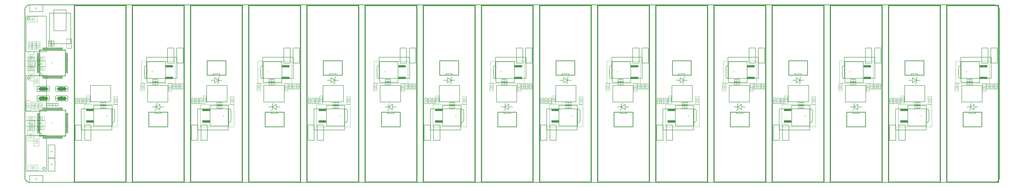
<source format=gm1>
G04*
G04 #@! TF.GenerationSoftware,Altium Limited,Altium Designer,18.1.9 (240)*
G04*
G04 Layer_Color=16711935*
%FSLAX25Y25*%
%MOIN*%
G70*
G01*
G75*
%ADD11C,0.01000*%
%ADD12C,0.00787*%
%ADD13C,0.00500*%
%ADD16C,0.00600*%
%ADD17C,0.05000*%
%ADD18C,0.00800*%
%ADD19C,0.00394*%
%ADD20C,0.00197*%
%ADD21C,0.01600*%
%ADD22C,0.00200*%
G36*
X46949Y188583D02*
X45949D01*
Y189583D01*
X46949D01*
Y188583D01*
D02*
G37*
G36*
X1492922Y181808D02*
X1481522D01*
Y185208D01*
X1492922D01*
Y181808D01*
D02*
G37*
G36*
X1313001D02*
X1301601D01*
Y185208D01*
X1313001D01*
Y181808D01*
D02*
G37*
G36*
X1133079D02*
X1121679D01*
Y185208D01*
X1133079D01*
Y181808D01*
D02*
G37*
G36*
X953158D02*
X941758D01*
Y185208D01*
X953158D01*
Y181808D01*
D02*
G37*
G36*
X773237D02*
X761837D01*
Y185208D01*
X773237D01*
Y181808D01*
D02*
G37*
G36*
X593316D02*
X581916D01*
Y185208D01*
X593316D01*
Y181808D01*
D02*
G37*
G36*
X413394D02*
X401994D01*
Y185208D01*
X413394D01*
Y181808D01*
D02*
G37*
G36*
X233473D02*
X222073D01*
Y185208D01*
X233473D01*
Y181808D01*
D02*
G37*
G36*
X1461087Y174425D02*
X1460087D01*
Y175425D01*
X1461087D01*
Y174425D01*
D02*
G37*
G36*
X1281166D02*
X1280166D01*
Y175425D01*
X1281166D01*
Y174425D01*
D02*
G37*
G36*
X1101244D02*
X1100244D01*
Y175425D01*
X1101244D01*
Y174425D01*
D02*
G37*
G36*
X921323D02*
X920323D01*
Y175425D01*
X921323D01*
Y174425D01*
D02*
G37*
G36*
X741402D02*
X740402D01*
Y175425D01*
X741402D01*
Y174425D01*
D02*
G37*
G36*
X561481D02*
X560481D01*
Y175425D01*
X561481D01*
Y174425D01*
D02*
G37*
G36*
X381559D02*
X380559D01*
Y175425D01*
X381559D01*
Y174425D01*
D02*
G37*
G36*
X201638D02*
X200638D01*
Y175425D01*
X201638D01*
Y174425D01*
D02*
G37*
G36*
X1492922Y163808D02*
X1481522D01*
Y167208D01*
X1492922D01*
Y163808D01*
D02*
G37*
G36*
X1313001D02*
X1301601D01*
Y167208D01*
X1313001D01*
Y163808D01*
D02*
G37*
G36*
X1133079D02*
X1121679D01*
Y167208D01*
X1133079D01*
Y163808D01*
D02*
G37*
G36*
X953158D02*
X941758D01*
Y167208D01*
X953158D01*
Y163808D01*
D02*
G37*
G36*
X773237D02*
X761837D01*
Y167208D01*
X773237D01*
Y163808D01*
D02*
G37*
G36*
X593316D02*
X581916D01*
Y167208D01*
X593316D01*
Y163808D01*
D02*
G37*
G36*
X413394D02*
X401994D01*
Y167208D01*
X413394D01*
Y163808D01*
D02*
G37*
G36*
X233473D02*
X222073D01*
Y167208D01*
X233473D01*
Y163808D01*
D02*
G37*
G36*
X63118Y145622D02*
X59118D01*
Y151622D01*
X63118D01*
Y145622D01*
D02*
G37*
G36*
X34386D02*
X30386D01*
Y151622D01*
X34386D01*
Y145622D01*
D02*
G37*
G36*
X63118Y130858D02*
X59118D01*
Y136858D01*
X63118D01*
Y130858D01*
D02*
G37*
G36*
X34386D02*
X30386D01*
Y136858D01*
X34386D01*
Y130858D01*
D02*
G37*
G36*
X1369757Y114322D02*
X1358357D01*
Y117722D01*
X1369757D01*
Y114322D01*
D02*
G37*
G36*
X1189836D02*
X1178436D01*
Y117722D01*
X1189836D01*
Y114322D01*
D02*
G37*
G36*
X1009915D02*
X998515D01*
Y117722D01*
X1009915D01*
Y114322D01*
D02*
G37*
G36*
X829994D02*
X818594D01*
Y117722D01*
X829994D01*
Y114322D01*
D02*
G37*
G36*
X650072D02*
X638672D01*
Y117722D01*
X650072D01*
Y114322D01*
D02*
G37*
G36*
X470151D02*
X458751D01*
Y117722D01*
X470151D01*
Y114322D01*
D02*
G37*
G36*
X290230D02*
X278830D01*
Y117722D01*
X290230D01*
Y114322D01*
D02*
G37*
G36*
X110309D02*
X98909D01*
Y117722D01*
X110309D01*
Y114322D01*
D02*
G37*
G36*
X1391192Y106105D02*
X1390192D01*
Y107105D01*
X1391192D01*
Y106105D01*
D02*
G37*
G36*
X1211271D02*
X1210271D01*
Y107105D01*
X1211271D01*
Y106105D01*
D02*
G37*
G36*
X1031350D02*
X1030350D01*
Y107105D01*
X1031350D01*
Y106105D01*
D02*
G37*
G36*
X851429D02*
X850429D01*
Y107105D01*
X851429D01*
Y106105D01*
D02*
G37*
G36*
X671507D02*
X670507D01*
Y107105D01*
X671507D01*
Y106105D01*
D02*
G37*
G36*
X491586D02*
X490586D01*
Y107105D01*
X491586D01*
Y106105D01*
D02*
G37*
G36*
X311665D02*
X310665D01*
Y107105D01*
X311665D01*
Y106105D01*
D02*
G37*
G36*
X131744D02*
X130744D01*
Y107105D01*
X131744D01*
Y106105D01*
D02*
G37*
G36*
X1369757Y96322D02*
X1358357D01*
Y99722D01*
X1369757D01*
Y96322D01*
D02*
G37*
G36*
X1189836D02*
X1178436D01*
Y99722D01*
X1189836D01*
Y96322D01*
D02*
G37*
G36*
X1009915D02*
X998515D01*
Y99722D01*
X1009915D01*
Y96322D01*
D02*
G37*
G36*
X829994D02*
X818594D01*
Y99722D01*
X829994D01*
Y96322D01*
D02*
G37*
G36*
X650072D02*
X638672D01*
Y99722D01*
X650072D01*
Y96322D01*
D02*
G37*
G36*
X470151D02*
X458751D01*
Y99722D01*
X470151D01*
Y96322D01*
D02*
G37*
G36*
X290230D02*
X278830D01*
Y99722D01*
X290230D01*
Y96322D01*
D02*
G37*
G36*
X110309D02*
X98909D01*
Y99722D01*
X110309D01*
Y96322D01*
D02*
G37*
G36*
X47244Y95472D02*
X46244D01*
Y96472D01*
X47244D01*
Y95472D01*
D02*
G37*
D11*
X1511614Y270866D02*
X1511561Y271882D01*
X1511375Y272882D01*
X1511060Y273849D01*
X1510622Y274767D01*
X1510067Y275620D01*
X1509406Y276393D01*
X1508650Y277074D01*
X1507812Y277649D01*
X1506905Y278111D01*
X1505946Y278450D01*
X1504951Y278661D01*
X1503937Y278740D01*
X1503937Y3937D02*
X1504951Y4016D01*
X1505946Y4227D01*
X1506905Y4566D01*
X1507812Y5028D01*
X1508650Y5604D01*
X1509406Y6284D01*
X1510067Y7057D01*
X1510622Y7910D01*
X1511060Y8828D01*
X1511375Y9795D01*
X1511561Y10795D01*
X1511614Y11811D01*
X3937Y11811D02*
X4004Y10783D01*
X4205Y9773D01*
X4536Y8798D01*
X4992Y7874D01*
X5564Y7018D01*
X6243Y6243D01*
X7018Y5564D01*
X7874Y4992D01*
X8798Y4536D01*
X9773Y4205D01*
X10783Y4004D01*
X11811Y3937D01*
Y278740D02*
X10783Y278673D01*
X9773Y278472D01*
X8798Y278141D01*
X7874Y277685D01*
X7018Y277113D01*
X6243Y276434D01*
X5564Y275659D01*
X4992Y274803D01*
X4536Y273879D01*
X4205Y272904D01*
X4004Y271894D01*
X3937Y270866D01*
X11811Y278740D02*
X1478740Y278740D01*
X3937Y270866D02*
X3937Y11811D01*
X11811Y3937D02*
X1478740Y3937D01*
X1511614Y11811D02*
Y74803D01*
X1478740Y3937D02*
X1503937D01*
X1511614Y207874D02*
Y270866D01*
X1478740Y278740D02*
X1503937D01*
X1511614Y74803D02*
Y207874D01*
X1095453Y89991D02*
Y112629D01*
Y89991D02*
X1124587D01*
Y112629D01*
X1095453D02*
X1124587D01*
X375768Y89991D02*
Y112629D01*
Y89991D02*
X404902D01*
Y112629D01*
X375768D02*
X404902D01*
X735610Y89991D02*
Y112629D01*
Y89991D02*
X764744D01*
Y112629D01*
X735610D02*
X764744D01*
X195846Y89991D02*
Y112629D01*
Y89991D02*
X224980D01*
Y112629D01*
X195846D02*
X224980D01*
X1455295D02*
X1484429D01*
Y89991D02*
Y112629D01*
X1455295Y89991D02*
X1484429D01*
X1455295D02*
Y112629D01*
X1365472Y169734D02*
X1394606D01*
X1365472D02*
Y192372D01*
X1394606D01*
Y169734D02*
Y192372D01*
X1275374Y112629D02*
X1304508D01*
Y89991D02*
Y112629D01*
X1275374Y89991D02*
X1304508D01*
X1275374D02*
Y112629D01*
X1185551Y169734D02*
X1214685D01*
X1185551D02*
Y192372D01*
X1214685D01*
Y169734D02*
Y192372D01*
X1005630Y169734D02*
X1034764D01*
X1005630D02*
Y192372D01*
X1034764D01*
Y169734D02*
Y192372D01*
X915532Y112629D02*
X944666D01*
Y89991D02*
Y112629D01*
X915532Y89991D02*
X944666D01*
X915532D02*
Y112629D01*
X825709Y169734D02*
X854843D01*
X825709D02*
Y192372D01*
X854843D01*
Y169734D02*
Y192372D01*
X645787Y169734D02*
X674921D01*
X645787D02*
Y192372D01*
X674921D01*
Y169734D02*
Y192372D01*
X555689Y112629D02*
X584823D01*
Y89991D02*
Y112629D01*
X555689Y89991D02*
X584823D01*
X555689D02*
Y112629D01*
X465866Y169734D02*
X495000D01*
X465866D02*
Y192372D01*
X495000D01*
Y169734D02*
Y192372D01*
X285945Y169734D02*
X315079D01*
X285945D02*
Y192372D01*
X315079D01*
Y169734D02*
Y192372D01*
D12*
X1115138Y110434D02*
Y112402D01*
X1104902Y110434D02*
Y112402D01*
Y110434D02*
X1115138D01*
X395453D02*
Y112402D01*
X385217Y110434D02*
Y112402D01*
Y110434D02*
X395453D01*
X755295D02*
Y112402D01*
X745059Y110434D02*
Y112402D01*
Y110434D02*
X755295D01*
X215531D02*
Y112402D01*
X205295Y110434D02*
Y112402D01*
Y110434D02*
X215531D01*
X1464744D02*
X1474980D01*
X1464744D02*
Y112402D01*
X1474980Y110434D02*
Y112402D01*
X1374921Y171929D02*
X1385157D01*
Y169961D02*
Y171929D01*
X1374921Y169961D02*
Y171929D01*
X1284823Y110434D02*
X1295059D01*
X1284823D02*
Y112402D01*
X1295059Y110434D02*
Y112402D01*
X1195000Y171929D02*
X1205236D01*
Y169961D02*
Y171929D01*
X1195000Y169961D02*
Y171929D01*
X1015079D02*
X1025315D01*
Y169961D02*
Y171929D01*
X1015079Y169961D02*
Y171929D01*
X924981Y110434D02*
X935217D01*
X924981D02*
Y112402D01*
X935217Y110434D02*
Y112402D01*
X835158Y171929D02*
X845394D01*
Y169961D02*
Y171929D01*
X835158Y169961D02*
Y171929D01*
X655236D02*
X665472D01*
Y169961D02*
Y171929D01*
X655236Y169961D02*
Y171929D01*
X565138Y110434D02*
X575374D01*
X565138D02*
Y112402D01*
X575374Y110434D02*
Y112402D01*
X475315Y171929D02*
X485551D01*
Y169961D02*
Y171929D01*
X475315Y169961D02*
Y171929D01*
X295394D02*
X305630D01*
Y169961D02*
Y171929D01*
X295394Y169961D02*
Y171929D01*
D13*
X35630Y25197D02*
X35367Y26181D01*
X34646Y26902D01*
X33661Y27166D01*
X32677Y26902D01*
X31956Y26181D01*
X31692Y25197D01*
X31956Y24212D01*
X32677Y23492D01*
X33661Y23228D01*
X34646Y23492D01*
X35367Y24212D01*
X35630Y25197D01*
X11812Y257382D02*
X11548Y258366D01*
X10827Y259087D01*
X9843Y259351D01*
X8858Y259087D01*
X8137Y258366D01*
X7874Y257382D01*
X8137Y256397D01*
X8858Y255677D01*
X9843Y255413D01*
X10827Y255677D01*
X11548Y256397D01*
X11812Y257382D01*
X12107Y165157D02*
X11843Y166142D01*
X11122Y166863D01*
X10138Y167126D01*
X9153Y166863D01*
X8433Y166142D01*
X8169Y165157D01*
X8433Y164173D01*
X9153Y163452D01*
X10138Y163188D01*
X11122Y163452D01*
X11843Y164173D01*
X12107Y165157D01*
X1112657Y120513D02*
X1118563D01*
X1112657Y116576D02*
Y120513D01*
X1106752D02*
X1112657Y116576D01*
X1106752Y120513D02*
X1112657Y124450D01*
Y120513D02*
Y124450D01*
X1106752Y120513D02*
Y124450D01*
X1108524Y126221D01*
X1106752Y116576D02*
Y120513D01*
X1104980Y114804D02*
X1106752Y116576D01*
X1101043Y120513D02*
X1106752D01*
X392972D02*
X398878D01*
X392972Y116576D02*
Y120513D01*
X387067D02*
X392972Y116576D01*
X387067Y120513D02*
X392972Y124450D01*
Y120513D02*
Y124450D01*
X387067Y120513D02*
Y124450D01*
X388839Y126221D01*
X387067Y116576D02*
Y120513D01*
X385295Y114804D02*
X387067Y116576D01*
X381358Y120513D02*
X387067D01*
X752814D02*
X758720D01*
X752814Y116576D02*
Y120513D01*
X746909D02*
X752814Y116576D01*
X746909Y120513D02*
X752814Y124450D01*
Y120513D02*
Y124450D01*
X746909Y120513D02*
Y124450D01*
X748681Y126221D01*
X746909Y116576D02*
Y120513D01*
X745137Y114804D02*
X746909Y116576D01*
X741200Y120513D02*
X746909D01*
X82087Y92520D02*
X91929D01*
X82087Y68898D02*
Y92520D01*
X91929Y68898D02*
Y92520D01*
X82087Y68898D02*
X91929D01*
X1484252Y212008D02*
X1494094D01*
X1484252Y188386D02*
Y212008D01*
Y188386D02*
X1494094D01*
Y212008D01*
X1356103Y68898D02*
X1365945D01*
Y92520D01*
X1356103D02*
X1365945D01*
X1356103Y68898D02*
Y92520D01*
X1304331Y212008D02*
X1314173D01*
X1304331Y188386D02*
Y212008D01*
Y188386D02*
X1314173D01*
Y212008D01*
X1176181Y68898D02*
X1186023D01*
Y92520D01*
X1176181D02*
X1186023D01*
X1176181Y68898D02*
Y92520D01*
X1124410Y212008D02*
X1134252D01*
X1124410Y188386D02*
Y212008D01*
Y188386D02*
X1134252D01*
Y212008D01*
X996260Y68898D02*
X1006102D01*
Y92520D01*
X996260D02*
X1006102D01*
X996260Y68898D02*
Y92520D01*
X944489Y212008D02*
X954331D01*
X944489Y188386D02*
Y212008D01*
Y188386D02*
X954331D01*
Y212008D01*
X816339Y68898D02*
X826181D01*
Y92520D01*
X816339D02*
X826181D01*
X816339Y68898D02*
Y92520D01*
X764567Y212008D02*
X774409D01*
X764567Y188386D02*
Y212008D01*
Y188386D02*
X774409D01*
Y212008D01*
X636418Y68898D02*
X646260D01*
Y92520D01*
X636418D02*
X646260D01*
X636418Y68898D02*
Y92520D01*
X584646Y212008D02*
X594488D01*
X584646Y188386D02*
Y212008D01*
Y188386D02*
X594488D01*
Y212008D01*
X456496Y68898D02*
X466338D01*
Y92520D01*
X456496D02*
X466338D01*
X456496Y68898D02*
Y92520D01*
X404725Y212008D02*
X414567D01*
X404725Y188386D02*
Y212008D01*
Y188386D02*
X414567D01*
Y212008D01*
X276575Y68898D02*
X286417D01*
Y92520D01*
X276575D02*
X286417D01*
X276575Y68898D02*
Y92520D01*
X224803Y212008D02*
X234645D01*
X224803Y188386D02*
Y212008D01*
Y188386D02*
X234645D01*
Y212008D01*
X96654Y68898D02*
X106496D01*
Y92520D01*
X96654D02*
X106496D01*
X96654Y68898D02*
Y92520D01*
X1498524Y188386D02*
X1508366D01*
Y212008D01*
X1498524D02*
X1508366D01*
X1498524Y188386D02*
Y212008D01*
X1341536Y92520D02*
X1351378D01*
X1341536Y68898D02*
Y92520D01*
Y68898D02*
X1351378D01*
Y92520D01*
X1318603Y188386D02*
X1328445D01*
Y212008D01*
X1318603D02*
X1328445D01*
X1318603Y188386D02*
Y212008D01*
X1161614Y92520D02*
X1171456D01*
X1161614Y68898D02*
Y92520D01*
Y68898D02*
X1171456D01*
Y92520D01*
X1138681Y188386D02*
X1148523D01*
Y212008D01*
X1138681D02*
X1148523D01*
X1138681Y188386D02*
Y212008D01*
X981693Y92520D02*
X991535D01*
X981693Y68898D02*
Y92520D01*
Y68898D02*
X991535D01*
Y92520D01*
X958760Y188386D02*
X968602D01*
Y212008D01*
X958760D02*
X968602D01*
X958760Y188386D02*
Y212008D01*
X801772Y92520D02*
X811614D01*
X801772Y68898D02*
Y92520D01*
Y68898D02*
X811614D01*
Y92520D01*
X778839Y188386D02*
X788681D01*
Y212008D01*
X778839D02*
X788681D01*
X778839Y188386D02*
Y212008D01*
X621851Y92520D02*
X631693D01*
X621851Y68898D02*
Y92520D01*
Y68898D02*
X631693D01*
Y92520D01*
X598918Y188386D02*
X608760D01*
Y212008D01*
X598918D02*
X608760D01*
X598918Y188386D02*
Y212008D01*
X441929Y92520D02*
X451771D01*
X441929Y68898D02*
Y92520D01*
Y68898D02*
X451771D01*
Y92520D01*
X418996Y188386D02*
X428838D01*
Y212008D01*
X418996D02*
X428838D01*
X418996Y188386D02*
Y212008D01*
X262008Y92520D02*
X271850D01*
X262008Y68898D02*
Y92520D01*
Y68898D02*
X271850D01*
Y92520D01*
X239075Y188386D02*
X248917D01*
Y212008D01*
X239075D02*
X248917D01*
X239075Y188386D02*
Y212008D01*
X42520Y218504D02*
X75198D01*
Y221850D01*
Y265748D01*
X74607D02*
X75198D01*
X42520D02*
X74607D01*
X42520Y218504D02*
Y265748D01*
X6102Y76378D02*
X37598D01*
X6102Y21260D02*
Y76378D01*
Y21260D02*
X37598D01*
Y76378D01*
X5906Y206201D02*
X37402D01*
Y261319D01*
X5906D02*
X37402D01*
X5906Y206201D02*
Y261319D01*
X6201Y113976D02*
X37697D01*
Y169094D01*
X6201D02*
X37697D01*
X6201Y113976D02*
Y169094D01*
X68110Y238583D02*
Y270866D01*
X49212D02*
X68110D01*
X49212Y238583D02*
Y270866D01*
Y238583D02*
X68110D01*
X192224Y164960D02*
Y197638D01*
Y164960D02*
X195570D01*
X239468D01*
Y165551D01*
Y197638D01*
X192224D02*
X239468D01*
X213050Y120513D02*
X218956D01*
X213050Y116576D02*
Y120513D01*
X207145D02*
X213050Y116576D01*
X207145Y120513D02*
X213050Y124450D01*
Y120513D02*
Y124450D01*
X207145Y120513D02*
Y124450D01*
X208917Y126221D01*
X207145Y116576D02*
Y120513D01*
X205373Y114804D02*
X207145Y116576D01*
X201436Y120513D02*
X207145D01*
X1451673Y164960D02*
Y197638D01*
Y164960D02*
X1455019D01*
X1498917D01*
Y165551D01*
Y197638D01*
X1451673D02*
X1498917D01*
X1398229Y84842D02*
Y117520D01*
X1394883D02*
X1398229D01*
X1350985D02*
X1394883D01*
X1350985Y116929D02*
Y117520D01*
Y84842D02*
Y116929D01*
Y84842D02*
X1398229D01*
X1271752Y164960D02*
Y197638D01*
Y164960D02*
X1275098D01*
X1318996D01*
Y165551D01*
Y197638D01*
X1271752D02*
X1318996D01*
X1218308Y84842D02*
Y117520D01*
X1214962D02*
X1218308D01*
X1171064D02*
X1214962D01*
X1171064Y116929D02*
Y117520D01*
Y84842D02*
Y116929D01*
Y84842D02*
X1218308D01*
X1091830Y164960D02*
Y197638D01*
Y164960D02*
X1095176D01*
X1139074D01*
Y165551D01*
Y197638D01*
X1091830D02*
X1139074D01*
X991142Y84842D02*
X1038386D01*
X991142D02*
Y116929D01*
Y117520D01*
X1035040D01*
X1038386D01*
Y84842D02*
Y117520D01*
X911909Y164960D02*
Y197638D01*
Y164960D02*
X915255D01*
X959153D01*
Y165551D01*
Y197638D01*
X911909D02*
X959153D01*
X858465Y84842D02*
Y117520D01*
X855119D02*
X858465D01*
X811221D02*
X855119D01*
X811221Y116929D02*
Y117520D01*
Y84842D02*
Y116929D01*
Y84842D02*
X858465D01*
X731988Y164960D02*
Y197638D01*
Y164960D02*
X735334D01*
X779232D01*
Y165551D01*
Y197638D01*
X731988D02*
X779232D01*
X678544Y84842D02*
Y117520D01*
X675198D02*
X678544D01*
X631300D02*
X675198D01*
X631300Y116929D02*
Y117520D01*
Y84842D02*
Y116929D01*
Y84842D02*
X678544D01*
X552067Y164960D02*
Y197638D01*
Y164960D02*
X555412D01*
X599310D01*
Y165551D01*
Y197638D01*
X552067D02*
X599310D01*
X498623Y84842D02*
Y117520D01*
X495276D02*
X498623D01*
X451378D02*
X495276D01*
X451378Y116929D02*
Y117520D01*
Y84842D02*
Y116929D01*
Y84842D02*
X498623D01*
X372145Y164960D02*
Y197638D01*
Y164960D02*
X375491D01*
X419389D01*
Y165551D01*
Y197638D01*
X372145D02*
X419389D01*
X318701Y84842D02*
Y117520D01*
X315355D02*
X318701D01*
X271457D02*
X315355D01*
X271457Y116929D02*
Y117520D01*
Y84842D02*
Y116929D01*
Y84842D02*
X318701D01*
X1460885Y120513D02*
X1466594D01*
X1464822Y114804D02*
X1466594Y116576D01*
Y120513D01*
Y124450D02*
X1468366Y126221D01*
X1466594Y120513D02*
Y124450D01*
X1472499Y120513D02*
Y124450D01*
X1466594Y120513D02*
X1472499Y124450D01*
X1466594Y120513D02*
X1472499Y116576D01*
Y120513D01*
X1478405D01*
X1383307Y161850D02*
X1389016D01*
X1383307Y165787D02*
X1385079Y167559D01*
X1383307Y161850D02*
Y165787D01*
X1381535Y156142D02*
X1383307Y157913D01*
Y161850D01*
X1377402Y157913D02*
Y161850D01*
Y157913D02*
X1383307Y161850D01*
X1377402Y165787D02*
X1383307Y161850D01*
X1377402D02*
Y165787D01*
X1371496Y161850D02*
X1377402D01*
X1280964Y120513D02*
X1286673D01*
X1284901Y114804D02*
X1286673Y116576D01*
Y120513D01*
Y124450D02*
X1288445Y126221D01*
X1286673Y120513D02*
Y124450D01*
X1292578Y120513D02*
Y124450D01*
X1286673Y120513D02*
X1292578Y124450D01*
X1286673Y120513D02*
X1292578Y116576D01*
Y120513D01*
X1298484D01*
X1203386Y161850D02*
X1209095D01*
X1203386Y165787D02*
X1205158Y167559D01*
X1203386Y161850D02*
Y165787D01*
X1201614Y156142D02*
X1203386Y157913D01*
Y161850D01*
X1197481Y157913D02*
Y161850D01*
Y157913D02*
X1203386Y161850D01*
X1197481Y165787D02*
X1203386Y161850D01*
X1197481D02*
Y165787D01*
X1191575Y161850D02*
X1197481D01*
X1023465D02*
X1029174D01*
X1023465Y165787D02*
X1025237Y167559D01*
X1023465Y161850D02*
Y165787D01*
X1021693Y156142D02*
X1023465Y157913D01*
Y161850D01*
X1017560Y157913D02*
Y161850D01*
Y157913D02*
X1023465Y161850D01*
X1017560Y165787D02*
X1023465Y161850D01*
X1017560D02*
Y165787D01*
X1011654Y161850D02*
X1017560D01*
X921122Y120513D02*
X926830D01*
X925058Y114804D02*
X926830Y116576D01*
Y120513D01*
Y124450D02*
X928603Y126221D01*
X926830Y120513D02*
Y124450D01*
X932736Y120513D02*
Y124450D01*
X926830Y120513D02*
X932736Y124450D01*
X926830Y120513D02*
X932736Y116576D01*
Y120513D01*
X938641D01*
X843544Y161850D02*
X849253D01*
X843544Y165787D02*
X845316Y167559D01*
X843544Y161850D02*
Y165787D01*
X841772Y156142D02*
X843544Y157913D01*
Y161850D01*
X837639Y157913D02*
Y161850D01*
Y157913D02*
X843544Y161850D01*
X837639Y165787D02*
X843544Y161850D01*
X837639D02*
Y165787D01*
X831733Y161850D02*
X837639D01*
X663622D02*
X669331D01*
X663622Y165787D02*
X665394Y167559D01*
X663622Y161850D02*
Y165787D01*
X661850Y156142D02*
X663622Y157913D01*
Y161850D01*
X657717Y157913D02*
Y161850D01*
Y157913D02*
X663622Y161850D01*
X657717Y165787D02*
X663622Y161850D01*
X657717D02*
Y165787D01*
X651811Y161850D02*
X657717D01*
X561279Y120513D02*
X566988D01*
X565216Y114804D02*
X566988Y116576D01*
Y120513D01*
Y124450D02*
X568760Y126221D01*
X566988Y120513D02*
Y124450D01*
X572893Y120513D02*
Y124450D01*
X566988Y120513D02*
X572893Y124450D01*
X566988Y120513D02*
X572893Y116576D01*
Y120513D01*
X578799D01*
X483701Y161850D02*
X489410D01*
X483701Y165787D02*
X485473Y167559D01*
X483701Y161850D02*
Y165787D01*
X481929Y156142D02*
X483701Y157913D01*
Y161850D01*
X477796Y157913D02*
Y161850D01*
Y157913D02*
X483701Y161850D01*
X477796Y165787D02*
X483701Y161850D01*
X477796D02*
Y165787D01*
X471890Y161850D02*
X477796D01*
X303780D02*
X309489D01*
X303780Y165787D02*
X305552Y167559D01*
X303780Y161850D02*
Y165787D01*
X302008Y156142D02*
X303780Y157913D01*
Y161850D01*
X297875Y157913D02*
Y161850D01*
Y157913D02*
X303780Y161850D01*
X297875Y165787D02*
X303780Y161850D01*
X297875D02*
Y165787D01*
X291969Y161850D02*
X297875D01*
X91536Y84842D02*
X138780D01*
X91536D02*
Y116929D01*
Y117520D01*
X135434D01*
X138780D01*
Y84842D02*
Y117520D01*
D16*
X1093563Y153977D02*
X1125059D01*
X1093563Y128347D02*
Y153977D01*
Y128347D02*
X1125059D01*
Y153977D01*
X373878D02*
X405374D01*
X373878Y128347D02*
Y153977D01*
Y128347D02*
X405374D01*
Y153977D01*
X733720D02*
X765216D01*
X733720Y128347D02*
Y153977D01*
Y128347D02*
X765216D01*
Y153977D01*
X105552Y128386D02*
Y154016D01*
X137048D01*
Y128386D02*
Y154016D01*
X105552Y128386D02*
X137048D01*
X193956Y153977D02*
X225452D01*
X193956Y128347D02*
Y153977D01*
Y128347D02*
X225452D01*
Y153977D01*
X1484901Y128347D02*
Y153977D01*
X1453405Y128347D02*
X1484901D01*
X1453405D02*
Y153977D01*
X1484901D01*
X1365000Y128386D02*
Y154016D01*
X1396496D01*
Y128386D02*
Y154016D01*
X1365000Y128386D02*
X1396496D01*
X1304980Y128347D02*
Y153977D01*
X1273484Y128347D02*
X1304980D01*
X1273484D02*
Y153977D01*
X1304980D01*
X1185079Y128386D02*
Y154016D01*
X1216575D01*
Y128386D02*
Y154016D01*
X1185079Y128386D02*
X1216575D01*
X1005158D02*
Y154016D01*
X1036654D01*
Y128386D02*
Y154016D01*
X1005158Y128386D02*
X1036654D01*
X945138Y128347D02*
Y153977D01*
X913641Y128347D02*
X945138D01*
X913641D02*
Y153977D01*
X945138D01*
X825237Y128386D02*
Y154016D01*
X856733D01*
Y128386D02*
Y154016D01*
X825237Y128386D02*
X856733D01*
X645315D02*
Y154016D01*
X676811D01*
Y128386D02*
Y154016D01*
X645315Y128386D02*
X676811D01*
X585295Y128347D02*
Y153977D01*
X553799Y128347D02*
X585295D01*
X553799D02*
Y153977D01*
X585295D01*
X465394Y128386D02*
Y154016D01*
X496890D01*
Y128386D02*
Y154016D01*
X465394Y128386D02*
X496890D01*
X285473D02*
Y154016D01*
X316969D01*
Y128386D02*
Y154016D01*
X285473Y128386D02*
X316969D01*
X1093563Y153977D02*
X1125059D01*
X1093563Y128347D02*
Y153977D01*
Y128347D02*
X1125059D01*
Y153977D01*
X373878D02*
X405374D01*
X373878Y128347D02*
Y153977D01*
Y128347D02*
X405374D01*
Y153977D01*
X733720D02*
X765216D01*
X733720Y128347D02*
Y153977D01*
Y128347D02*
X765216D01*
Y153977D01*
X105552Y128386D02*
Y154016D01*
X137048D01*
Y128386D02*
Y154016D01*
X105552Y128386D02*
X137048D01*
X193956Y153977D02*
X225452D01*
X193956Y128347D02*
Y153977D01*
Y128347D02*
X225452D01*
Y153977D01*
X1484901Y128347D02*
Y153977D01*
X1453405Y128347D02*
X1484901D01*
X1453405D02*
Y153977D01*
X1484901D01*
X1365000Y128386D02*
Y154016D01*
X1396496D01*
Y128386D02*
Y154016D01*
X1365000Y128386D02*
X1396496D01*
X1304980Y128347D02*
Y153977D01*
X1273484Y128347D02*
X1304980D01*
X1273484D02*
Y153977D01*
X1304980D01*
X1185079Y128386D02*
Y154016D01*
X1216575D01*
Y128386D02*
Y154016D01*
X1185079Y128386D02*
X1216575D01*
X1005158D02*
Y154016D01*
X1036654D01*
Y128386D02*
Y154016D01*
X1005158Y128386D02*
X1036654D01*
X945138Y128347D02*
Y153977D01*
X913641Y128347D02*
X945138D01*
X913641D02*
Y153977D01*
X945138D01*
X825237Y128386D02*
Y154016D01*
X856733D01*
Y128386D02*
Y154016D01*
X825237Y128386D02*
X856733D01*
X645315D02*
Y154016D01*
X676811D01*
Y128386D02*
Y154016D01*
X645315Y128386D02*
X676811D01*
X585295Y128347D02*
Y153977D01*
X553799Y128347D02*
X585295D01*
X553799D02*
Y153977D01*
X585295D01*
X465394Y128386D02*
Y154016D01*
X496890D01*
Y128386D02*
Y154016D01*
X465394Y128386D02*
X496890D01*
X285473D02*
Y154016D01*
X316969D01*
Y128386D02*
Y154016D01*
X285473Y128386D02*
X316969D01*
X27544Y75772D02*
X66944D01*
X27544D02*
Y115172D01*
X66944D01*
Y75772D02*
Y115172D01*
X27544Y80772D02*
X32544Y75772D01*
X31944Y115172D02*
Y119072D01*
X33044D01*
Y115172D02*
Y119072D01*
X31944Y115172D02*
X33044D01*
X33944D02*
Y119072D01*
X34944D01*
Y115172D02*
Y119072D01*
X33944Y115172D02*
X34944D01*
X35844D02*
Y119072D01*
X36944D01*
Y115172D02*
Y119072D01*
X35844Y115172D02*
X36944D01*
X37844D02*
Y119072D01*
X38944D01*
Y115172D02*
Y119072D01*
X37844Y115172D02*
X38944D01*
X39844D02*
Y119072D01*
X40844D01*
Y115172D02*
Y119072D01*
X39844Y115172D02*
X40844D01*
X41744D02*
Y119072D01*
X42844D01*
Y115172D02*
Y119072D01*
X41744Y115172D02*
X42844D01*
X43744D02*
Y119072D01*
X44844D01*
Y115172D02*
Y119072D01*
X43744Y115172D02*
X44844D01*
X45744D02*
Y119072D01*
X46744D01*
Y115172D02*
Y119072D01*
X45744Y115172D02*
X46744D01*
X47744D02*
Y119072D01*
X48744D01*
Y115172D02*
Y119072D01*
X47744Y115172D02*
X48744D01*
X49644D02*
Y119072D01*
X50744D01*
Y115172D02*
Y119072D01*
X49644Y115172D02*
X50744D01*
X51644D02*
Y119072D01*
X52744D01*
Y115172D02*
Y119072D01*
X51644Y115172D02*
X52744D01*
X53644D02*
Y119072D01*
X54644D01*
Y115172D02*
Y119072D01*
X53644Y115172D02*
X54644D01*
X55544D02*
Y119072D01*
X56644D01*
Y115172D02*
Y119072D01*
X55544Y115172D02*
X56644D01*
X57544D02*
Y119072D01*
X58644D01*
Y115172D02*
Y119072D01*
X57544Y115172D02*
X58644D01*
X59544D02*
Y119072D01*
X60544D01*
Y115172D02*
Y119072D01*
X59544Y115172D02*
X60544D01*
X61444D02*
Y119072D01*
X62544D01*
Y115172D02*
Y119072D01*
X61444Y115172D02*
X62544D01*
X66944Y110772D02*
X70844D01*
Y109672D02*
Y110772D01*
X66944Y109672D02*
X70844D01*
X66944D02*
Y110772D01*
Y108772D02*
X70844D01*
Y107772D02*
Y108772D01*
X66944Y107772D02*
X70844D01*
X66944D02*
Y108772D01*
Y106872D02*
X70844D01*
Y105772D02*
Y106872D01*
X66944Y105772D02*
X70844D01*
X66944D02*
Y106872D01*
Y104872D02*
X70844D01*
Y103772D02*
Y104872D01*
X66944Y103772D02*
X70844D01*
X66944D02*
Y104872D01*
Y102872D02*
X70844D01*
Y101872D02*
Y102872D01*
X66944Y101872D02*
X70844D01*
X66944D02*
Y102872D01*
Y100972D02*
X70844D01*
Y99872D02*
Y100972D01*
X66944Y99872D02*
X70844D01*
X66944D02*
Y100972D01*
Y98972D02*
X70844D01*
Y97872D02*
Y98972D01*
X66944Y97872D02*
X70844D01*
X66944D02*
Y98972D01*
Y96972D02*
X70844D01*
Y95972D02*
Y96972D01*
X66944Y95972D02*
X70844D01*
X66944D02*
Y96972D01*
Y94972D02*
X70844D01*
Y93972D02*
Y94972D01*
X66944Y93972D02*
X70844D01*
X66944D02*
Y94972D01*
Y93072D02*
X70844D01*
Y91972D02*
Y93072D01*
X66944Y91972D02*
X70844D01*
X66944D02*
Y93072D01*
Y91072D02*
X70844D01*
Y89972D02*
Y91072D01*
X66944Y89972D02*
X70844D01*
X66944D02*
Y91072D01*
Y89072D02*
X70844D01*
Y88072D02*
Y89072D01*
X66944Y88072D02*
X70844D01*
X66944D02*
Y89072D01*
Y87172D02*
X70844D01*
Y86072D02*
Y87172D01*
X66944Y86072D02*
X70844D01*
X66944D02*
Y87172D01*
Y85172D02*
X70844D01*
Y84072D02*
Y85172D01*
X66944Y84072D02*
X70844D01*
X66944D02*
Y85172D01*
Y83172D02*
X70844D01*
Y82172D02*
Y83172D01*
X66944Y82172D02*
X70844D01*
X66944D02*
Y83172D01*
Y81272D02*
X70844D01*
Y80172D02*
Y81272D01*
X66944Y80172D02*
X70844D01*
X66944D02*
Y81272D01*
X62544Y71872D02*
Y75772D01*
X61444Y71872D02*
X62544D01*
X61444D02*
Y75772D01*
X62544D01*
X60544Y71872D02*
Y75772D01*
X59544Y71872D02*
X60544D01*
X59544D02*
Y75772D01*
X60544D01*
X58644Y71872D02*
Y75772D01*
X57544Y71872D02*
X58644D01*
X57544D02*
Y75772D01*
X58644D01*
X56644Y71872D02*
Y75772D01*
X55544Y71872D02*
X56644D01*
X55544D02*
Y75772D01*
X56644D01*
X54644Y71872D02*
Y75772D01*
X53644Y71872D02*
X54644D01*
X53644D02*
Y75772D01*
X54644D01*
X52744Y71872D02*
Y75772D01*
X51644Y71872D02*
X52744D01*
X51644D02*
Y75772D01*
X52744D01*
X50744Y71872D02*
Y75772D01*
X49644Y71872D02*
X50744D01*
X49644D02*
Y75772D01*
X50744D01*
X48744Y71872D02*
Y75772D01*
X47744Y71872D02*
X48744D01*
X47744D02*
Y75772D01*
X48744D01*
X46744Y71872D02*
Y75772D01*
X45744Y71872D02*
X46744D01*
X45744D02*
Y75772D01*
X46744D01*
X44844Y71872D02*
Y75772D01*
X43744Y71872D02*
X44844D01*
X43744D02*
Y75772D01*
X44844D01*
X42844Y71872D02*
Y75772D01*
X41744Y71872D02*
X42844D01*
X41744D02*
Y75772D01*
X42844D01*
X40844Y71872D02*
Y75772D01*
X39844Y71872D02*
X40844D01*
X39844D02*
Y75772D01*
X40844D01*
X38944Y71872D02*
Y75772D01*
X37844Y71872D02*
X38944D01*
X37844D02*
Y75772D01*
X38944D01*
X36944Y71872D02*
Y75772D01*
X35844Y71872D02*
X36944D01*
X35844D02*
Y75772D01*
X36944D01*
X34944Y71872D02*
Y75772D01*
X33944Y71872D02*
X34944D01*
X33944D02*
Y75772D01*
X34944D01*
X33044Y71872D02*
Y75772D01*
X31944Y71872D02*
X33044D01*
X31944D02*
Y75772D01*
X32544D01*
X33044D01*
X23644Y80172D02*
X27544D01*
X23644D02*
Y81272D01*
X27544D01*
Y80772D02*
Y81272D01*
Y80172D02*
Y80772D01*
X23644Y82172D02*
X27544D01*
X23644D02*
Y83172D01*
X27544D01*
Y82172D02*
Y83172D01*
X23644Y84072D02*
X27544D01*
X23644D02*
Y85172D01*
X27544D01*
Y84072D02*
Y85172D01*
X23644Y86072D02*
X27544D01*
X23644D02*
Y87172D01*
X27544D01*
Y86072D02*
Y87172D01*
X23644Y88072D02*
X27544D01*
X23644D02*
Y89072D01*
X27544D01*
Y88072D02*
Y89072D01*
X23644Y89972D02*
X27544D01*
X23644D02*
Y91072D01*
X27544D01*
Y89972D02*
Y91072D01*
X23644Y91972D02*
X27544D01*
X23644D02*
Y93072D01*
X27544D01*
Y91972D02*
Y93072D01*
X23644Y93972D02*
X27544D01*
X23644D02*
Y94972D01*
X27544D01*
Y93972D02*
Y94972D01*
X23644Y95972D02*
X27544D01*
X23644D02*
Y96972D01*
X27544D01*
Y95972D02*
Y96972D01*
X23644Y97872D02*
X27544D01*
X23644D02*
Y98972D01*
X27544D01*
Y97872D02*
Y98972D01*
X23644Y99872D02*
X27544D01*
X23644D02*
Y100972D01*
X27544D01*
Y99872D02*
Y100972D01*
X23644Y101872D02*
X27544D01*
X23644D02*
Y102872D01*
X27544D01*
Y101872D02*
Y102872D01*
X23644Y103772D02*
X27544D01*
X23644D02*
Y104872D01*
X27544D01*
Y103772D02*
Y104872D01*
X23644Y105772D02*
X27544D01*
X23644D02*
Y106872D01*
X27544D01*
Y105772D02*
Y106872D01*
X23644Y107772D02*
X27544D01*
X23644D02*
Y108772D01*
X27544D01*
Y107772D02*
Y108772D01*
X23644Y109672D02*
X27544D01*
X23644D02*
Y110772D01*
X27544D01*
Y109672D02*
Y110772D01*
X32386Y151622D02*
Y152622D01*
Y144622D02*
Y145622D01*
X39386Y148622D02*
X41386D01*
X23386D02*
X25386D01*
X32386Y136858D02*
Y137858D01*
Y129858D02*
Y130858D01*
X39386Y133858D02*
X41386D01*
X23386D02*
X25386D01*
X61118Y151622D02*
Y152622D01*
Y144622D02*
Y145622D01*
X68118Y148622D02*
X70118D01*
X52118D02*
X54118D01*
X61118Y136858D02*
Y137858D01*
Y129858D02*
Y130858D01*
X68118Y133858D02*
X70118D01*
X52118D02*
X54118D01*
X27249Y168883D02*
X66649D01*
X27249D02*
Y208283D01*
X66649D01*
Y168883D02*
Y208283D01*
X27249Y173883D02*
X32249Y168883D01*
X31649Y208283D02*
Y212183D01*
X32749D01*
Y208283D02*
Y212183D01*
X31649Y208283D02*
X32749D01*
X33649D02*
Y212183D01*
X34649D01*
Y208283D02*
Y212183D01*
X33649Y208283D02*
X34649D01*
X35549D02*
Y212183D01*
X36649D01*
Y208283D02*
Y212183D01*
X35549Y208283D02*
X36649D01*
X37549D02*
Y212183D01*
X38649D01*
Y208283D02*
Y212183D01*
X37549Y208283D02*
X38649D01*
X39549D02*
Y212183D01*
X40549D01*
Y208283D02*
Y212183D01*
X39549Y208283D02*
X40549D01*
X41449D02*
Y212183D01*
X42549D01*
Y208283D02*
Y212183D01*
X41449Y208283D02*
X42549D01*
X43449D02*
Y212183D01*
X44549D01*
Y208283D02*
Y212183D01*
X43449Y208283D02*
X44549D01*
X45449D02*
Y212183D01*
X46449D01*
Y208283D02*
Y212183D01*
X45449Y208283D02*
X46449D01*
X47449D02*
Y212183D01*
X48449D01*
Y208283D02*
Y212183D01*
X47449Y208283D02*
X48449D01*
X49349D02*
Y212183D01*
X50449D01*
Y208283D02*
Y212183D01*
X49349Y208283D02*
X50449D01*
X51349D02*
Y212183D01*
X52449D01*
Y208283D02*
Y212183D01*
X51349Y208283D02*
X52449D01*
X53349D02*
Y212183D01*
X54349D01*
Y208283D02*
Y212183D01*
X53349Y208283D02*
X54349D01*
X55249D02*
Y212183D01*
X56349D01*
Y208283D02*
Y212183D01*
X55249Y208283D02*
X56349D01*
X57249D02*
Y212183D01*
X58349D01*
Y208283D02*
Y212183D01*
X57249Y208283D02*
X58349D01*
X59249D02*
Y212183D01*
X60249D01*
Y208283D02*
Y212183D01*
X59249Y208283D02*
X60249D01*
X61149D02*
Y212183D01*
X62249D01*
Y208283D02*
Y212183D01*
X61149Y208283D02*
X62249D01*
X66649Y203883D02*
X70549D01*
Y202783D02*
Y203883D01*
X66649Y202783D02*
X70549D01*
X66649D02*
Y203883D01*
Y201883D02*
X70549D01*
Y200883D02*
Y201883D01*
X66649Y200883D02*
X70549D01*
X66649D02*
Y201883D01*
Y199983D02*
X70549D01*
Y198883D02*
Y199983D01*
X66649Y198883D02*
X70549D01*
X66649D02*
Y199983D01*
Y197983D02*
X70549D01*
Y196883D02*
Y197983D01*
X66649Y196883D02*
X70549D01*
X66649D02*
Y197983D01*
Y195983D02*
X70549D01*
Y194983D02*
Y195983D01*
X66649Y194983D02*
X70549D01*
X66649D02*
Y195983D01*
Y194083D02*
X70549D01*
Y192983D02*
Y194083D01*
X66649Y192983D02*
X70549D01*
X66649D02*
Y194083D01*
Y192083D02*
X70549D01*
Y190983D02*
Y192083D01*
X66649Y190983D02*
X70549D01*
X66649D02*
Y192083D01*
Y190083D02*
X70549D01*
Y189083D02*
Y190083D01*
X66649Y189083D02*
X70549D01*
X66649D02*
Y190083D01*
Y188083D02*
X70549D01*
Y187083D02*
Y188083D01*
X66649Y187083D02*
X70549D01*
X66649D02*
Y188083D01*
Y186183D02*
X70549D01*
Y185083D02*
Y186183D01*
X66649Y185083D02*
X70549D01*
X66649D02*
Y186183D01*
Y184183D02*
X70549D01*
Y183083D02*
Y184183D01*
X66649Y183083D02*
X70549D01*
X66649D02*
Y184183D01*
Y182183D02*
X70549D01*
Y181183D02*
Y182183D01*
X66649Y181183D02*
X70549D01*
X66649D02*
Y182183D01*
Y180283D02*
X70549D01*
Y179183D02*
Y180283D01*
X66649Y179183D02*
X70549D01*
X66649D02*
Y180283D01*
Y178283D02*
X70549D01*
Y177183D02*
Y178283D01*
X66649Y177183D02*
X70549D01*
X66649D02*
Y178283D01*
Y176283D02*
X70549D01*
Y175283D02*
Y176283D01*
X66649Y175283D02*
X70549D01*
X66649D02*
Y176283D01*
Y174383D02*
X70549D01*
Y173283D02*
Y174383D01*
X66649Y173283D02*
X70549D01*
X66649D02*
Y174383D01*
X62249Y164983D02*
Y168883D01*
X61149Y164983D02*
X62249D01*
X61149D02*
Y168883D01*
X62249D01*
X60249Y164983D02*
Y168883D01*
X59249Y164983D02*
X60249D01*
X59249D02*
Y168883D01*
X60249D01*
X58349Y164983D02*
Y168883D01*
X57249Y164983D02*
X58349D01*
X57249D02*
Y168883D01*
X58349D01*
X56349Y164983D02*
Y168883D01*
X55249Y164983D02*
X56349D01*
X55249D02*
Y168883D01*
X56349D01*
X54349Y164983D02*
Y168883D01*
X53349Y164983D02*
X54349D01*
X53349D02*
Y168883D01*
X54349D01*
X52449Y164983D02*
Y168883D01*
X51349Y164983D02*
X52449D01*
X51349D02*
Y168883D01*
X52449D01*
X50449Y164983D02*
Y168883D01*
X49349Y164983D02*
X50449D01*
X49349D02*
Y168883D01*
X50449D01*
X48449Y164983D02*
Y168883D01*
X47449Y164983D02*
X48449D01*
X47449D02*
Y168883D01*
X48449D01*
X46449Y164983D02*
Y168883D01*
X45449Y164983D02*
X46449D01*
X45449D02*
Y168883D01*
X46449D01*
X44549Y164983D02*
Y168883D01*
X43449Y164983D02*
X44549D01*
X43449D02*
Y168883D01*
X44549D01*
X42549Y164983D02*
Y168883D01*
X41449Y164983D02*
X42549D01*
X41449D02*
Y168883D01*
X42549D01*
X40549Y164983D02*
Y168883D01*
X39549Y164983D02*
X40549D01*
X39549D02*
Y168883D01*
X40549D01*
X38649Y164983D02*
Y168883D01*
X37549Y164983D02*
X38649D01*
X37549D02*
Y168883D01*
X38649D01*
X36649Y164983D02*
Y168883D01*
X35549Y164983D02*
X36649D01*
X35549D02*
Y168883D01*
X36649D01*
X34649Y164983D02*
Y168883D01*
X33649Y164983D02*
X34649D01*
X33649D02*
Y168883D01*
X34649D01*
X32749Y164983D02*
Y168883D01*
X31649Y164983D02*
X32749D01*
X31649D02*
Y168883D01*
X32249D01*
X32749D01*
X23349Y173283D02*
X27249D01*
X23349D02*
Y174383D01*
X27249D01*
Y173883D02*
Y174383D01*
Y173283D02*
Y173883D01*
X23349Y175283D02*
X27249D01*
X23349D02*
Y176283D01*
X27249D01*
Y175283D02*
Y176283D01*
X23349Y177183D02*
X27249D01*
X23349D02*
Y178283D01*
X27249D01*
Y177183D02*
Y178283D01*
X23349Y179183D02*
X27249D01*
X23349D02*
Y180283D01*
X27249D01*
Y179183D02*
Y180283D01*
X23349Y181183D02*
X27249D01*
X23349D02*
Y182183D01*
X27249D01*
Y181183D02*
Y182183D01*
X23349Y183083D02*
X27249D01*
X23349D02*
Y184183D01*
X27249D01*
Y183083D02*
Y184183D01*
X23349Y185083D02*
X27249D01*
X23349D02*
Y186183D01*
X27249D01*
Y185083D02*
Y186183D01*
X23349Y187083D02*
X27249D01*
X23349D02*
Y188083D01*
X27249D01*
Y187083D02*
Y188083D01*
X23349Y189083D02*
X27249D01*
X23349D02*
Y190083D01*
X27249D01*
Y189083D02*
Y190083D01*
X23349Y190983D02*
X27249D01*
X23349D02*
Y192083D01*
X27249D01*
Y190983D02*
Y192083D01*
X23349Y192983D02*
X27249D01*
X23349D02*
Y194083D01*
X27249D01*
Y192983D02*
Y194083D01*
X23349Y194983D02*
X27249D01*
X23349D02*
Y195983D01*
X27249D01*
Y194983D02*
Y195983D01*
X23349Y196883D02*
X27249D01*
X23349D02*
Y197983D01*
X27249D01*
Y196883D02*
Y197983D01*
X23349Y198883D02*
X27249D01*
X23349D02*
Y199983D01*
X27249D01*
Y198883D02*
Y199983D01*
X23349Y200883D02*
X27249D01*
X23349D02*
Y201883D01*
X27249D01*
Y200883D02*
Y201883D01*
X23349Y202783D02*
X27249D01*
X23349D02*
Y203883D01*
X27249D01*
Y202783D02*
Y203883D01*
X23886Y152622D02*
X23179Y152329D01*
X22886Y151622D01*
X41886D02*
X41593Y152329D01*
X40886Y152622D01*
Y144622D02*
X41593Y144915D01*
X41886Y145622D01*
X22886D02*
X23179Y144915D01*
X23886Y144622D01*
Y137858D02*
X23179Y137565D01*
X22886Y136858D01*
X41886D02*
X41593Y137565D01*
X40886Y137858D01*
Y129858D02*
X41593Y130151D01*
X41886Y130858D01*
X22886D02*
X23179Y130151D01*
X23886Y129858D01*
X52618Y152622D02*
X51911Y152329D01*
X51618Y151622D01*
X70618D02*
X70325Y152329D01*
X69618Y152622D01*
Y144622D02*
X70325Y144915D01*
X70618Y145622D01*
X51618D02*
X51911Y144915D01*
X52618Y144622D01*
Y137858D02*
X51911Y137565D01*
X51618Y136858D01*
X70618D02*
X70325Y137565D01*
X69618Y137858D01*
Y129858D02*
X70325Y130151D01*
X70618Y130858D01*
X51618D02*
X51911Y130151D01*
X52618Y129858D01*
X63844Y75272D02*
X67444D01*
X27044D02*
X30644D01*
X27044Y112072D02*
Y115672D01*
X63844D02*
X67444D01*
Y75272D02*
Y78872D01*
Y112072D02*
Y115672D01*
X27044D02*
X30644D01*
X27044Y75272D02*
Y78872D01*
X23886Y144622D02*
X40886D01*
X41886Y145622D02*
Y151622D01*
X22886Y145622D02*
Y151622D01*
X23886Y152622D02*
X40886D01*
X23886Y129858D02*
X40886D01*
X41886Y130858D02*
Y136858D01*
X22886Y130858D02*
Y136858D01*
X23886Y137858D02*
X40886D01*
X52618Y144622D02*
X69618D01*
X70618Y145622D02*
Y151622D01*
X51618Y145622D02*
Y151622D01*
X52618Y152622D02*
X69618D01*
X52618Y129858D02*
X69618D01*
X70618Y130858D02*
Y136858D01*
X51618Y130858D02*
Y136858D01*
X52618Y137858D02*
X69618D01*
X63549Y168383D02*
X67149D01*
X26749D02*
X30349D01*
X26749Y205183D02*
Y208783D01*
X63549D02*
X67149D01*
Y168383D02*
Y171983D01*
Y205183D02*
Y208783D01*
X26749D02*
X30349D01*
X26749Y168383D02*
Y171983D01*
D17*
X36386Y148122D02*
X36886Y148622D01*
X36386Y149122D01*
X28386D02*
X27886Y148622D01*
X28386Y148122D01*
X36386Y133358D02*
X36886Y133858D01*
X36386Y134358D01*
X28386D02*
X27886Y133858D01*
X28386Y133358D01*
X65118Y148122D02*
X65618Y148622D01*
X65118Y149122D01*
X57118D02*
X56618Y148622D01*
X57118Y148122D01*
X65118Y133358D02*
X65618Y133858D01*
X65118Y134358D01*
X57118D02*
X56618Y133858D01*
X57118Y133358D01*
D18*
X193075Y158606D02*
X193077Y190411D01*
X190973Y164408D02*
X193073D01*
X189173Y166208D02*
X190973Y164408D01*
X189173Y166208D02*
Y182808D01*
X190973Y184608D01*
X193073D01*
Y164408D02*
Y184608D01*
X139309Y96922D02*
Y117122D01*
Y96922D02*
X141409D01*
X143209Y98722D01*
Y115322D01*
X141409Y117122D02*
X143209Y115322D01*
X139309Y117122D02*
X141409D01*
X139305Y91119D02*
X139307Y122924D01*
X1452522Y164408D02*
Y184608D01*
X1450422D02*
X1452522D01*
X1448622Y182808D02*
X1450422Y184608D01*
X1448622Y166208D02*
Y182808D01*
Y166208D02*
X1450422Y164408D01*
X1452522D01*
X1452524Y158606D02*
X1452526Y190411D01*
X1398757Y96922D02*
Y117122D01*
Y96922D02*
X1400858D01*
X1402658Y98722D01*
Y115322D01*
X1400858Y117122D02*
X1402658Y115322D01*
X1398757Y117122D02*
X1400858D01*
X1398754Y91119D02*
X1398755Y122924D01*
X1272601Y164408D02*
Y184608D01*
X1270501D02*
X1272601D01*
X1268701Y182808D02*
X1270501Y184608D01*
X1268701Y166208D02*
Y182808D01*
Y166208D02*
X1270501Y164408D01*
X1272601D01*
X1272603Y158606D02*
X1272605Y190411D01*
X1218836Y96922D02*
Y117122D01*
Y96922D02*
X1220936D01*
X1222736Y98722D01*
Y115322D01*
X1220936Y117122D02*
X1222736Y115322D01*
X1218836Y117122D02*
X1220936D01*
X1218832Y91119D02*
X1218834Y122924D01*
X1092679Y164408D02*
Y184608D01*
X1090579D02*
X1092679D01*
X1088779Y182808D02*
X1090579Y184608D01*
X1088779Y166208D02*
Y182808D01*
Y166208D02*
X1090579Y164408D01*
X1092679D01*
X1092681Y158606D02*
X1092683Y190411D01*
X912758Y164408D02*
Y184608D01*
X910658D02*
X912758D01*
X908858Y182808D02*
X910658Y184608D01*
X908858Y166208D02*
Y182808D01*
Y166208D02*
X910658Y164408D01*
X912758D01*
X912760Y158606D02*
X912762Y190411D01*
X858994Y96922D02*
Y117122D01*
Y96922D02*
X861094D01*
X862894Y98722D01*
Y115322D01*
X861094Y117122D02*
X862894Y115322D01*
X858994Y117122D02*
X861094D01*
X858990Y91119D02*
X858992Y122924D01*
X732837Y164408D02*
Y184608D01*
X730737D02*
X732837D01*
X728937Y182808D02*
X730737Y184608D01*
X728937Y166208D02*
Y182808D01*
Y166208D02*
X730737Y164408D01*
X732837D01*
X732839Y158606D02*
X732841Y190411D01*
X679073Y96922D02*
Y117122D01*
Y96922D02*
X681173D01*
X682972Y98722D01*
Y115322D01*
X681173Y117122D02*
X682972Y115322D01*
X679073Y117122D02*
X681173D01*
X679069Y91119D02*
X679071Y122924D01*
X552916Y164408D02*
Y184608D01*
X550816D02*
X552916D01*
X549016Y182808D02*
X550816Y184608D01*
X549016Y166208D02*
Y182808D01*
Y166208D02*
X550816Y164408D01*
X552916D01*
X552918Y158606D02*
X552920Y190411D01*
X499151Y96922D02*
Y117122D01*
Y96922D02*
X501251D01*
X503051Y98722D01*
Y115322D01*
X501251Y117122D02*
X503051Y115322D01*
X499151Y117122D02*
X501251D01*
X499147Y91119D02*
X499149Y122924D01*
X372994Y164408D02*
Y184608D01*
X370894D02*
X372994D01*
X369094Y182808D02*
X370894Y184608D01*
X369094Y166208D02*
Y182808D01*
Y166208D02*
X370894Y164408D01*
X372994D01*
X372996Y158606D02*
X372998Y190411D01*
X319230Y96922D02*
Y117122D01*
Y96922D02*
X321330D01*
X323130Y98722D01*
Y115322D01*
X321330Y117122D02*
X323130Y115322D01*
X319230Y117122D02*
X321330D01*
X319226Y91119D02*
X319228Y122924D01*
X1038911Y91119D02*
X1038913Y122924D01*
X1038915Y117122D02*
X1041015D01*
X1042815Y115322D01*
Y98722D02*
Y115322D01*
X1041015Y96922D02*
X1042815Y98722D01*
X1038915Y96922D02*
X1041015D01*
X1038915D02*
Y117122D01*
X193073Y190408D02*
X221673Y190409D01*
Y158606D02*
Y190409D01*
X193073Y158608D02*
X221673Y158606D01*
X110709Y122924D02*
X139309Y122922D01*
X110709Y91121D02*
Y122924D01*
Y91121D02*
X139309Y91122D01*
X1452522Y158608D02*
X1481122Y158606D01*
Y190409D01*
X1452522Y190408D02*
X1481122Y190409D01*
X1370158Y122924D02*
X1398757Y122922D01*
X1370158Y91121D02*
Y122924D01*
Y91121D02*
X1398757Y91122D01*
X1272601Y158608D02*
X1301201Y158606D01*
Y190409D01*
X1272601Y190408D02*
X1301201Y190409D01*
X1190236Y122924D02*
X1218836Y122922D01*
X1190236Y91121D02*
Y122924D01*
Y91121D02*
X1218836Y91122D01*
X1092679Y158608D02*
X1121279Y158606D01*
Y190409D01*
X1092679Y190408D02*
X1121279Y190409D01*
X912758Y158608D02*
X941358Y158606D01*
Y190409D01*
X912758Y190408D02*
X941358Y190409D01*
X830394Y122924D02*
X858994Y122922D01*
X830394Y91121D02*
Y122924D01*
Y91121D02*
X858994Y91122D01*
X732837Y158608D02*
X761437Y158606D01*
Y190409D01*
X732837Y190408D02*
X761437Y190409D01*
X650472Y122924D02*
X679073Y122922D01*
X650472Y91121D02*
Y122924D01*
Y91121D02*
X679073Y91122D01*
X552916Y158608D02*
X581516Y158606D01*
Y190409D01*
X552916Y190408D02*
X581516Y190409D01*
X470551Y122924D02*
X499151Y122922D01*
X470551Y91121D02*
Y122924D01*
Y91121D02*
X499151Y91122D01*
X372994Y158608D02*
X401594Y158606D01*
Y190409D01*
X372994Y190408D02*
X401594Y190409D01*
X290630Y122924D02*
X319230Y122922D01*
X290630Y91121D02*
Y122924D01*
Y91121D02*
X319230Y91122D01*
X1010315Y91121D02*
X1038915Y91122D01*
X1010315Y91121D02*
Y122924D01*
X1038915Y122922D01*
D19*
X1443602Y148130D02*
X1447342D01*
X1443602Y155020D02*
X1447342D01*
X1443602Y148130D02*
Y155020D01*
X1447342Y148130D02*
Y155020D01*
X1402264Y134350D02*
X1406004D01*
X1402264Y127461D02*
X1406004D01*
Y134350D01*
X1402264Y127461D02*
Y134350D01*
X1263681Y148130D02*
X1267421D01*
X1263681Y155020D02*
X1267421D01*
X1263681Y148130D02*
Y155020D01*
X1267421Y148130D02*
Y155020D01*
X1222342Y134350D02*
X1226083D01*
X1222342Y127461D02*
X1226083D01*
Y134350D01*
X1222342Y127461D02*
Y134350D01*
X1083760Y148130D02*
X1087500D01*
X1083760Y155020D02*
X1087500D01*
X1083760Y148130D02*
Y155020D01*
X1087500Y148130D02*
Y155020D01*
X1042421Y134350D02*
X1046161D01*
X1042421Y127461D02*
X1046161D01*
Y134350D01*
X1042421Y127461D02*
Y134350D01*
X903839Y148130D02*
X907579D01*
X903839Y155020D02*
X907579D01*
X903839Y148130D02*
Y155020D01*
X907579Y148130D02*
Y155020D01*
X862500Y134350D02*
X866240D01*
X862500Y127461D02*
X866240D01*
Y134350D01*
X862500Y127461D02*
Y134350D01*
X723917Y148130D02*
X727658D01*
X723917Y155020D02*
X727658D01*
X723917Y148130D02*
Y155020D01*
X727658Y148130D02*
Y155020D01*
X682579Y134350D02*
X686319D01*
X682579Y127461D02*
X686319D01*
Y134350D01*
X682579Y127461D02*
Y134350D01*
X543996Y148130D02*
X547736D01*
X543996Y155020D02*
X547736D01*
X543996Y148130D02*
Y155020D01*
X547736Y148130D02*
Y155020D01*
X502658Y134350D02*
X506398D01*
X502658Y127461D02*
X506398D01*
Y134350D01*
X502658Y127461D02*
Y134350D01*
X364075Y148130D02*
X367815D01*
X364075Y155020D02*
X367815D01*
X364075Y148130D02*
Y155020D01*
X367815Y148130D02*
Y155020D01*
X322736Y134350D02*
X326476D01*
X322736Y127461D02*
X326476D01*
Y134350D01*
X322736Y127461D02*
Y134350D01*
X184153Y148130D02*
X187894D01*
X184153Y155020D02*
X187894D01*
X184153Y148130D02*
Y155020D01*
X187894Y148130D02*
Y155020D01*
X142815Y134350D02*
X146555D01*
X142815Y127461D02*
X146555D01*
Y134350D01*
X142815Y127461D02*
Y134350D01*
X24114Y93406D02*
Y97146D01*
X31004Y93406D02*
Y97146D01*
X24114Y93406D02*
X31004D01*
X24114Y97146D02*
X31004D01*
X7185Y125886D02*
X10925D01*
X7185Y118996D02*
X10925D01*
Y125886D01*
X7185Y118996D02*
Y125886D01*
X25000Y85925D02*
X31693D01*
X25000Y89665D02*
X31693D01*
X25000Y85925D02*
Y89665D01*
X31693Y85925D02*
Y89665D01*
X8760Y93406D02*
Y97146D01*
X15650Y93406D02*
Y97146D01*
X8760Y93406D02*
X15650D01*
X8760Y97146D02*
X15650D01*
X9803Y85925D02*
X16496D01*
X9803Y89665D02*
X16496D01*
X9803Y85925D02*
Y89665D01*
X16496Y85925D02*
Y89665D01*
X14272Y118996D02*
X18012D01*
X14272Y125886D02*
X18012D01*
X14272Y118996D02*
Y125886D01*
X18012Y118996D02*
Y125886D01*
X26083D02*
X29823D01*
X26083Y118996D02*
X29823D01*
Y125886D01*
X26083Y118996D02*
Y125886D01*
X10039Y104626D02*
X16732D01*
X10039Y100886D02*
X16732D01*
Y104626D01*
X10039Y100886D02*
Y104626D01*
X25000D02*
X31693D01*
X25000Y100886D02*
X31693D01*
Y104626D01*
X25000Y100886D02*
Y104626D01*
X10330Y219245D02*
X14070D01*
X10330Y212355D02*
X14070D01*
Y219245D01*
X10330Y212355D02*
Y219245D01*
X16476Y219193D02*
X20216D01*
X16476Y212303D02*
X20216D01*
Y219193D01*
X16476Y212303D02*
Y219193D01*
X22736Y219145D02*
X26476D01*
X22736Y212255D02*
X26476D01*
Y219145D01*
X22736Y212255D02*
Y219145D01*
X20177Y118996D02*
X23917D01*
X20177Y125886D02*
X23917D01*
X20177Y118996D02*
Y125886D01*
X23917Y118996D02*
Y125886D01*
X10039Y196752D02*
X16732D01*
X10039Y193012D02*
X16732D01*
Y196752D01*
X10039Y193012D02*
Y196752D01*
X31398Y185729D02*
Y189469D01*
X24508Y185729D02*
Y189469D01*
X31398D01*
X24508Y185729D02*
X31398D01*
X20177Y157185D02*
X23917D01*
X20177Y164075D02*
X23917D01*
X20177Y157185D02*
Y164075D01*
X23917Y157185D02*
Y164075D01*
X10039Y182185D02*
X16732D01*
X10039Y178445D02*
X16732D01*
Y182185D01*
X10039Y178445D02*
Y182185D01*
X25394D02*
X32087D01*
X25394Y178445D02*
X32087D01*
Y182185D01*
X25394Y178445D02*
Y182185D01*
Y197146D02*
X32087D01*
X25394Y193406D02*
X32087D01*
Y197146D01*
X25394Y193406D02*
Y197146D01*
X15650Y185729D02*
Y189469D01*
X8760Y185729D02*
Y189469D01*
X15650D01*
X8760Y185729D02*
X15650D01*
X17224Y87992D02*
Y94685D01*
X13484Y87992D02*
Y94685D01*
X17224D01*
X13484Y87992D02*
X17224D01*
X14469Y72638D02*
Y79331D01*
X10728Y72638D02*
Y79331D01*
X14469D01*
X10728Y72638D02*
X14469D01*
X40276Y21693D02*
X50276D01*
X40276D02*
Y41693D01*
X50276D01*
Y21693D02*
Y41693D01*
X40276D02*
X50276D01*
X40276D02*
Y61693D01*
X50276D01*
Y41693D02*
Y61693D01*
X11555Y268622D02*
Y278622D01*
X31555D01*
Y268622D02*
Y278622D01*
X11555Y268622D02*
X31555D01*
X19587Y254429D02*
Y258169D01*
X12697Y254429D02*
Y258169D01*
Y254429D02*
X19587D01*
X12697Y258169D02*
X19587D01*
X11909Y195374D02*
X15650D01*
X11909Y202264D02*
X15650D01*
X11909Y195374D02*
Y202264D01*
X15650Y195374D02*
Y202264D01*
Y180906D02*
Y187598D01*
X11909Y180906D02*
Y187598D01*
X15650D01*
X11909Y180906D02*
X15650D01*
X20177Y71161D02*
X23917D01*
X20177Y64272D02*
X23917D01*
Y71161D01*
X20177Y64272D02*
Y71161D01*
X13091Y24508D02*
Y28248D01*
X19980Y24508D02*
Y28248D01*
X13091D02*
X19980D01*
X13091Y24508D02*
X19980D01*
X11752Y4154D02*
Y14154D01*
X31752D01*
Y4154D02*
Y14154D01*
X11752Y4154D02*
X31752D01*
X15650Y165551D02*
Y172244D01*
X11909Y165551D02*
Y172244D01*
X15650D01*
X11909Y165551D02*
X15650D01*
X68757Y211907D02*
X75843D01*
X68757Y225293D02*
X75843D01*
X68757Y211907D02*
Y225293D01*
X75843Y211907D02*
Y225293D01*
X45430Y215554D02*
X49170D01*
X45430Y222246D02*
X49170D01*
X45430Y215554D02*
Y222246D01*
X49170Y215554D02*
Y222246D01*
X38386Y122539D02*
Y126280D01*
X45079Y122539D02*
Y126280D01*
X38386D02*
X45079D01*
X38386Y122539D02*
X45079D01*
X40630Y222342D02*
X44370D01*
X40630Y215453D02*
X44370D01*
Y222342D01*
X40630Y215453D02*
Y222342D01*
X47736Y122539D02*
Y126280D01*
X54626Y122539D02*
Y126280D01*
X47736D02*
X54626D01*
X47736Y122539D02*
X54626D01*
X232677Y149213D02*
X236417D01*
X232677Y155906D02*
X236417D01*
X232677Y149213D02*
Y155906D01*
X236417Y149213D02*
Y155906D01*
X226870Y147245D02*
X230413D01*
X226870Y153938D02*
X230413D01*
X226870Y147245D02*
Y153938D01*
X230413Y147245D02*
Y153938D01*
X244488Y149213D02*
X248228D01*
X244488Y155906D02*
X248228D01*
X244488Y149213D02*
Y155906D01*
X248228Y149213D02*
Y155906D01*
X238583Y149213D02*
X242323D01*
X238583Y155906D02*
X242323D01*
X238583Y149213D02*
Y155906D01*
X242323Y149213D02*
Y155906D01*
X209154Y159843D02*
Y163583D01*
X202461Y159843D02*
Y163583D01*
X209154D01*
X202461Y159843D02*
X209154D01*
Y155030D02*
Y158770D01*
X202461Y155030D02*
Y158770D01*
X209154D01*
X202461Y155030D02*
X209154D01*
X1468602Y159843D02*
Y163583D01*
X1461909Y159843D02*
Y163583D01*
X1468602D01*
X1461909Y159843D02*
X1468602D01*
Y155030D02*
Y158770D01*
X1461909Y155030D02*
Y158770D01*
X1468602D01*
X1461909Y155030D02*
X1468602D01*
X1381299Y118898D02*
Y122638D01*
X1387992Y118898D02*
Y122638D01*
X1381299Y118898D02*
X1387992D01*
X1381299Y122638D02*
X1387992D01*
X1381299Y123710D02*
Y127451D01*
X1387992Y123710D02*
Y127451D01*
X1381299Y123710D02*
X1387992D01*
X1381299Y127451D02*
X1387992D01*
X1288681Y159843D02*
Y163583D01*
X1281988Y159843D02*
Y163583D01*
X1288681D01*
X1281988Y159843D02*
X1288681D01*
Y155030D02*
Y158770D01*
X1281988Y155030D02*
Y158770D01*
X1288681D01*
X1281988Y155030D02*
X1288681D01*
X1201378Y118898D02*
Y122638D01*
X1208071Y118898D02*
Y122638D01*
X1201378Y118898D02*
X1208071D01*
X1201378Y122638D02*
X1208071D01*
X1201378Y123710D02*
Y127451D01*
X1208071Y123710D02*
Y127451D01*
X1201378Y123710D02*
X1208071D01*
X1201378Y127451D02*
X1208071D01*
X1108760Y159843D02*
Y163583D01*
X1102067Y159843D02*
Y163583D01*
X1108760D01*
X1102067Y159843D02*
X1108760D01*
Y155030D02*
Y158770D01*
X1102067Y155030D02*
Y158770D01*
X1108760D01*
X1102067Y155030D02*
X1108760D01*
X1021457Y122638D02*
X1028150D01*
X1021457Y118898D02*
X1028150D01*
Y122638D01*
X1021457Y118898D02*
Y122638D01*
Y127451D02*
X1028150D01*
X1021457Y123710D02*
X1028150D01*
Y127451D01*
X1021457Y123710D02*
Y127451D01*
X928839Y159843D02*
Y163583D01*
X922146Y159843D02*
Y163583D01*
X928839D01*
X922146Y159843D02*
X928839D01*
Y155030D02*
Y158770D01*
X922146Y155030D02*
Y158770D01*
X928839D01*
X922146Y155030D02*
X928839D01*
X841535Y118898D02*
Y122638D01*
X848228Y118898D02*
Y122638D01*
X841535Y118898D02*
X848228D01*
X841535Y122638D02*
X848228D01*
X841535Y123710D02*
Y127451D01*
X848228Y123710D02*
Y127451D01*
X841535Y123710D02*
X848228D01*
X841535Y127451D02*
X848228D01*
X748917Y159843D02*
Y163583D01*
X742224Y159843D02*
Y163583D01*
X748917D01*
X742224Y159843D02*
X748917D01*
Y155030D02*
Y158770D01*
X742224Y155030D02*
Y158770D01*
X748917D01*
X742224Y155030D02*
X748917D01*
X661614Y118898D02*
Y122638D01*
X668307Y118898D02*
Y122638D01*
X661614Y118898D02*
X668307D01*
X661614Y122638D02*
X668307D01*
X661614Y123710D02*
Y127451D01*
X668307Y123710D02*
Y127451D01*
X661614Y123710D02*
X668307D01*
X661614Y127451D02*
X668307D01*
X568996Y159843D02*
Y163583D01*
X562303Y159843D02*
Y163583D01*
X568996D01*
X562303Y159843D02*
X568996D01*
Y155030D02*
Y158770D01*
X562303Y155030D02*
Y158770D01*
X568996D01*
X562303Y155030D02*
X568996D01*
X481693Y118898D02*
Y122638D01*
X488386Y118898D02*
Y122638D01*
X481693Y118898D02*
X488386D01*
X481693Y122638D02*
X488386D01*
X481693Y123710D02*
Y127451D01*
X488386Y123710D02*
Y127451D01*
X481693Y123710D02*
X488386D01*
X481693Y127451D02*
X488386D01*
X389075Y159843D02*
Y163583D01*
X382382Y159843D02*
Y163583D01*
X389075D01*
X382382Y159843D02*
X389075D01*
Y155030D02*
Y158770D01*
X382382Y155030D02*
Y158770D01*
X389075D01*
X382382Y155030D02*
X389075D01*
X301772Y118898D02*
Y122638D01*
X308465Y118898D02*
Y122638D01*
X301772Y118898D02*
X308465D01*
X301772Y122638D02*
X308465D01*
X301772Y123710D02*
Y127451D01*
X308465Y123710D02*
Y127451D01*
X301772Y123710D02*
X308465D01*
X301772Y127451D02*
X308465D01*
X121850D02*
X128543D01*
X121850Y123710D02*
X128543D01*
Y127451D01*
X121850Y123710D02*
Y127451D01*
X82776Y126575D02*
Y133268D01*
X86516Y126575D02*
Y133268D01*
X82776Y126575D02*
X86516D01*
X82776Y133268D02*
X86516D01*
X94587Y126575D02*
Y133268D01*
X98327Y126575D02*
Y133268D01*
X94587Y126575D02*
X98327D01*
X94587Y133268D02*
X98327D01*
X100591Y128543D02*
Y135236D01*
X104134Y128543D02*
Y135236D01*
X100591Y128543D02*
X104134D01*
X100591Y135236D02*
X104134D01*
X88681Y126575D02*
Y133268D01*
X92421Y126575D02*
Y133268D01*
X88681Y126575D02*
X92421D01*
X88681Y133268D02*
X92421D01*
X121850Y122638D02*
X128543D01*
X121850Y118898D02*
X128543D01*
Y122638D01*
X121850Y118898D02*
Y122638D01*
X1495866Y149213D02*
Y155906D01*
X1492126Y149213D02*
Y155906D01*
X1495866D01*
X1492126Y149213D02*
X1495866D01*
X1354035Y126575D02*
Y133268D01*
X1357776Y126575D02*
Y133268D01*
X1354035Y126575D02*
X1357776D01*
X1354035Y133268D02*
X1357776D01*
X1315945Y149213D02*
Y155906D01*
X1312205Y149213D02*
Y155906D01*
X1315945D01*
X1312205Y149213D02*
X1315945D01*
X1174114Y126575D02*
Y133268D01*
X1177854Y126575D02*
Y133268D01*
X1174114Y126575D02*
X1177854D01*
X1174114Y133268D02*
X1177854D01*
X1136024Y149213D02*
Y155906D01*
X1132284Y149213D02*
Y155906D01*
X1136024D01*
X1132284Y149213D02*
X1136024D01*
X956102D02*
Y155906D01*
X952362Y149213D02*
Y155906D01*
X956102D01*
X952362Y149213D02*
X956102D01*
X814272Y126575D02*
Y133268D01*
X818012Y126575D02*
Y133268D01*
X814272Y126575D02*
X818012D01*
X814272Y133268D02*
X818012D01*
X776181Y149213D02*
Y155906D01*
X772441Y149213D02*
Y155906D01*
X776181D01*
X772441Y149213D02*
X776181D01*
X634350Y126575D02*
Y133268D01*
X638091Y126575D02*
Y133268D01*
X634350Y126575D02*
X638091D01*
X634350Y133268D02*
X638091D01*
X596260Y149213D02*
Y155906D01*
X592520Y149213D02*
Y155906D01*
X596260D01*
X592520Y149213D02*
X596260D01*
X454429Y126575D02*
Y133268D01*
X458170Y126575D02*
Y133268D01*
X454429Y126575D02*
X458170D01*
X454429Y133268D02*
X458170D01*
X416339Y149213D02*
Y155906D01*
X412599Y149213D02*
Y155906D01*
X416339D01*
X412599Y149213D02*
X416339D01*
X274508Y126575D02*
Y133268D01*
X278248Y126575D02*
Y133268D01*
X274508Y126575D02*
X278248D01*
X274508Y133268D02*
X278248D01*
X1501772Y149213D02*
Y155906D01*
X1498032Y149213D02*
Y155906D01*
X1501772D01*
X1498032Y149213D02*
X1501772D01*
X1348130Y126575D02*
Y133268D01*
X1351870Y126575D02*
Y133268D01*
X1348130Y126575D02*
X1351870D01*
X1348130Y133268D02*
X1351870D01*
X1321850Y149213D02*
Y155906D01*
X1318110Y149213D02*
Y155906D01*
X1321850D01*
X1318110Y149213D02*
X1321850D01*
X1168209Y126575D02*
Y133268D01*
X1171949Y126575D02*
Y133268D01*
X1168209Y126575D02*
X1171949D01*
X1168209Y133268D02*
X1171949D01*
X1141929Y149213D02*
Y155906D01*
X1138189Y149213D02*
Y155906D01*
X1141929D01*
X1138189Y149213D02*
X1141929D01*
X962008D02*
Y155906D01*
X958268Y149213D02*
Y155906D01*
X962008D01*
X958268Y149213D02*
X962008D01*
X808366Y126575D02*
Y133268D01*
X812106Y126575D02*
Y133268D01*
X808366Y126575D02*
X812106D01*
X808366Y133268D02*
X812106D01*
X782087Y149213D02*
Y155906D01*
X778346Y149213D02*
Y155906D01*
X782087D01*
X778346Y149213D02*
X782087D01*
X628445Y126575D02*
Y133268D01*
X632185Y126575D02*
Y133268D01*
X628445Y126575D02*
X632185D01*
X628445Y133268D02*
X632185D01*
X602165Y149213D02*
Y155906D01*
X598425Y149213D02*
Y155906D01*
X602165D01*
X598425Y149213D02*
X602165D01*
X448524Y126575D02*
Y133268D01*
X452264Y126575D02*
Y133268D01*
X448524Y126575D02*
X452264D01*
X448524Y133268D02*
X452264D01*
X422244Y149213D02*
Y155906D01*
X418504Y149213D02*
Y155906D01*
X422244D01*
X418504Y149213D02*
X422244D01*
X268602Y126575D02*
Y133268D01*
X272342Y126575D02*
Y133268D01*
X268602Y126575D02*
X272342D01*
X268602Y133268D02*
X272342D01*
X1507677Y149213D02*
Y155906D01*
X1503937Y149213D02*
Y155906D01*
X1507677D01*
X1503937Y149213D02*
X1507677D01*
X1342224Y126575D02*
Y133268D01*
X1345965Y126575D02*
Y133268D01*
X1342224Y126575D02*
X1345965D01*
X1342224Y133268D02*
X1345965D01*
X1327756Y149213D02*
Y155906D01*
X1324016Y149213D02*
Y155906D01*
X1327756D01*
X1324016Y149213D02*
X1327756D01*
X1162303Y126575D02*
Y133268D01*
X1166044Y126575D02*
Y133268D01*
X1162303Y126575D02*
X1166044D01*
X1162303Y133268D02*
X1166044D01*
X1147835Y149213D02*
Y155906D01*
X1144095Y149213D02*
Y155906D01*
X1147835D01*
X1144095Y149213D02*
X1147835D01*
X967914D02*
Y155906D01*
X964173Y149213D02*
Y155906D01*
X967914D01*
X964173Y149213D02*
X967914D01*
X802461Y126575D02*
Y133268D01*
X806201Y126575D02*
Y133268D01*
X802461Y126575D02*
X806201D01*
X802461Y133268D02*
X806201D01*
X787992Y149213D02*
Y155906D01*
X784252Y149213D02*
Y155906D01*
X787992D01*
X784252Y149213D02*
X787992D01*
X622539Y126575D02*
Y133268D01*
X626280Y126575D02*
Y133268D01*
X622539Y126575D02*
X626280D01*
X622539Y133268D02*
X626280D01*
X608071Y149213D02*
Y155906D01*
X604331Y149213D02*
Y155906D01*
X608071D01*
X604331Y149213D02*
X608071D01*
X442618Y126575D02*
Y133268D01*
X446358Y126575D02*
Y133268D01*
X442618Y126575D02*
X446358D01*
X442618Y133268D02*
X446358D01*
X428150Y149213D02*
Y155906D01*
X424409Y149213D02*
Y155906D01*
X428150D01*
X424409Y149213D02*
X428150D01*
X262697Y126575D02*
Y133268D01*
X266437Y126575D02*
Y133268D01*
X262697Y126575D02*
X266437D01*
X262697Y133268D02*
X266437D01*
X1489862Y147245D02*
Y153938D01*
X1486319Y147245D02*
Y153938D01*
X1489862D01*
X1486319Y147245D02*
X1489862D01*
X1360039Y128543D02*
Y135236D01*
X1363583Y128543D02*
Y135236D01*
X1360039Y128543D02*
X1363583D01*
X1360039Y135236D02*
X1363583D01*
X1309941Y147245D02*
Y153938D01*
X1306398Y147245D02*
Y153938D01*
X1309941D01*
X1306398Y147245D02*
X1309941D01*
X1180118Y128543D02*
Y135236D01*
X1183661Y128543D02*
Y135236D01*
X1180118Y128543D02*
X1183661D01*
X1180118Y135236D02*
X1183661D01*
X1130020Y147245D02*
Y153938D01*
X1126476Y147245D02*
Y153938D01*
X1130020D01*
X1126476Y147245D02*
X1130020D01*
X950099D02*
Y153938D01*
X946555Y147245D02*
Y153938D01*
X950099D01*
X946555Y147245D02*
X950099D01*
X820276Y128543D02*
Y135236D01*
X823819Y128543D02*
Y135236D01*
X820276Y128543D02*
X823819D01*
X820276Y135236D02*
X823819D01*
X770177Y147245D02*
Y153938D01*
X766634Y147245D02*
Y153938D01*
X770177D01*
X766634Y147245D02*
X770177D01*
X640354Y128543D02*
Y135236D01*
X643898Y128543D02*
Y135236D01*
X640354Y128543D02*
X643898D01*
X640354Y135236D02*
X643898D01*
X590256Y147245D02*
Y153938D01*
X586713Y147245D02*
Y153938D01*
X590256D01*
X586713Y147245D02*
X590256D01*
X460433Y128543D02*
Y135236D01*
X463976Y128543D02*
Y135236D01*
X460433Y128543D02*
X463976D01*
X460433Y135236D02*
X463976D01*
X410335Y147245D02*
Y153938D01*
X406791Y147245D02*
Y153938D01*
X410335D01*
X406791Y147245D02*
X410335D01*
X280512Y128543D02*
Y135236D01*
X284055Y128543D02*
Y135236D01*
X280512Y128543D02*
X284055D01*
X280512Y135236D02*
X284055D01*
X982382Y133268D02*
X986122D01*
X982382Y126575D02*
X986122D01*
Y133268D01*
X982382Y126575D02*
Y133268D01*
X988287D02*
X992027D01*
X988287Y126575D02*
X992027D01*
Y133268D01*
X988287Y126575D02*
Y133268D01*
X994193D02*
X997933D01*
X994193Y126575D02*
X997933D01*
Y133268D01*
X994193Y126575D02*
Y133268D01*
X1000197Y135236D02*
X1003740D01*
X1000197Y128543D02*
X1003740D01*
Y135236D01*
X1000197Y128543D02*
Y135236D01*
X43307Y31693D02*
X47244D01*
X45276Y29724D02*
Y33661D01*
X43307Y51693D02*
X47244D01*
X45276Y49724D02*
Y53661D01*
X21555Y271654D02*
Y275591D01*
X19587Y273622D02*
X23524D01*
X21752Y7185D02*
Y11122D01*
X19783Y9154D02*
X23720D01*
X72300Y216632D02*
Y220569D01*
X70331Y218600D02*
X74268D01*
X226083Y144587D02*
X231201D01*
X226083Y156595D02*
X231201D01*
X226083Y144587D02*
Y156595D01*
X231201Y144587D02*
Y156595D01*
X228642Y148819D02*
Y152363D01*
X226870Y150591D02*
X230413D01*
X100591Y131890D02*
X104134D01*
X102362Y130118D02*
Y133661D01*
X99803Y125886D02*
Y137894D01*
X104921Y125886D02*
Y137894D01*
X99803Y125886D02*
X104921D01*
X99803Y137894D02*
X104921D01*
X1486319Y150591D02*
X1489862D01*
X1488091Y148819D02*
Y152363D01*
X1490650Y144587D02*
Y156595D01*
X1485532Y144587D02*
Y156595D01*
X1490650D01*
X1485532Y144587D02*
X1490650D01*
X1360039Y131890D02*
X1363583D01*
X1361811Y130118D02*
Y133661D01*
X1359252Y125886D02*
Y137894D01*
X1364370Y125886D02*
Y137894D01*
X1359252Y125886D02*
X1364370D01*
X1359252Y137894D02*
X1364370D01*
X1306398Y150591D02*
X1309941D01*
X1308170Y148819D02*
Y152363D01*
X1310729Y144587D02*
Y156595D01*
X1305610Y144587D02*
Y156595D01*
X1310729D01*
X1305610Y144587D02*
X1310729D01*
X1180118Y131890D02*
X1183661D01*
X1181890Y130118D02*
Y133661D01*
X1179331Y125886D02*
Y137894D01*
X1184449Y125886D02*
Y137894D01*
X1179331Y125886D02*
X1184449D01*
X1179331Y137894D02*
X1184449D01*
X1126476Y150591D02*
X1130020D01*
X1128248Y148819D02*
Y152363D01*
X1130807Y144587D02*
Y156595D01*
X1125689Y144587D02*
Y156595D01*
X1130807D01*
X1125689Y144587D02*
X1130807D01*
X946555Y150591D02*
X950099D01*
X948327Y148819D02*
Y152363D01*
X950886Y144587D02*
Y156595D01*
X945768Y144587D02*
Y156595D01*
X950886D01*
X945768Y144587D02*
X950886D01*
X820276Y131890D02*
X823819D01*
X822047Y130118D02*
Y133661D01*
X819488Y125886D02*
Y137894D01*
X824607Y125886D02*
Y137894D01*
X819488Y125886D02*
X824607D01*
X819488Y137894D02*
X824607D01*
X766634Y150591D02*
X770177D01*
X768406Y148819D02*
Y152363D01*
X770965Y144587D02*
Y156595D01*
X765847Y144587D02*
Y156595D01*
X770965D01*
X765847Y144587D02*
X770965D01*
X640354Y131890D02*
X643898D01*
X642126Y130118D02*
Y133661D01*
X639567Y125886D02*
Y137894D01*
X644685Y125886D02*
Y137894D01*
X639567Y125886D02*
X644685D01*
X639567Y137894D02*
X644685D01*
X586713Y150591D02*
X590256D01*
X588484Y148819D02*
Y152363D01*
X591044Y144587D02*
Y156595D01*
X585925Y144587D02*
Y156595D01*
X591044D01*
X585925Y144587D02*
X591044D01*
X460433Y131890D02*
X463976D01*
X462205Y130118D02*
Y133661D01*
X459646Y125886D02*
Y137894D01*
X464764Y125886D02*
Y137894D01*
X459646Y125886D02*
X464764D01*
X459646Y137894D02*
X464764D01*
X406791Y150591D02*
X410335D01*
X408563Y148819D02*
Y152363D01*
X411122Y144587D02*
Y156595D01*
X406004Y144587D02*
Y156595D01*
X411122D01*
X406004Y144587D02*
X411122D01*
X280512Y131890D02*
X284055D01*
X282283Y130118D02*
Y133661D01*
X279725Y125886D02*
Y137894D01*
X284843Y125886D02*
Y137894D01*
X279725Y125886D02*
X284843D01*
X279725Y137894D02*
X284843D01*
X999409D02*
X1004528D01*
X999409Y125886D02*
X1004528D01*
Y137894D01*
X999409Y125886D02*
Y137894D01*
X1001969Y130118D02*
Y133661D01*
X1000197Y131890D02*
X1003740D01*
D20*
X1442520Y145669D02*
X1448425D01*
X1442520Y157480D02*
X1448425D01*
X1442520Y145669D02*
Y157480D01*
X1448425Y145669D02*
Y157480D01*
X1445472Y149705D02*
Y153445D01*
X1443602Y151575D02*
X1447342D01*
X1401181Y136811D02*
X1407087D01*
X1401181Y125000D02*
X1407087D01*
Y136811D01*
X1401181Y125000D02*
Y136811D01*
X1404134Y129035D02*
Y132776D01*
X1402264Y130905D02*
X1406004D01*
X1262598Y145669D02*
X1268504D01*
X1262598Y157480D02*
X1268504D01*
X1262598Y145669D02*
Y157480D01*
X1268504Y145669D02*
Y157480D01*
X1265551Y149705D02*
Y153445D01*
X1263681Y151575D02*
X1267421D01*
X1221260Y136811D02*
X1227165D01*
X1221260Y125000D02*
X1227165D01*
Y136811D01*
X1221260Y125000D02*
Y136811D01*
X1224213Y129035D02*
Y132776D01*
X1222342Y130905D02*
X1226083D01*
X1082677Y145669D02*
X1088583D01*
X1082677Y157480D02*
X1088583D01*
X1082677Y145669D02*
Y157480D01*
X1088583Y145669D02*
Y157480D01*
X1085630Y149705D02*
Y153445D01*
X1083760Y151575D02*
X1087500D01*
X1041339Y136811D02*
X1047244D01*
X1041339Y125000D02*
X1047244D01*
Y136811D01*
X1041339Y125000D02*
Y136811D01*
X1044291Y129035D02*
Y132776D01*
X1042421Y130905D02*
X1046161D01*
X902756Y145669D02*
X908661D01*
X902756Y157480D02*
X908661D01*
X902756Y145669D02*
Y157480D01*
X908661Y145669D02*
Y157480D01*
X905709Y149705D02*
Y153445D01*
X903839Y151575D02*
X907579D01*
X861417Y136811D02*
X867323D01*
X861417Y125000D02*
X867323D01*
Y136811D01*
X861417Y125000D02*
Y136811D01*
X864370Y129035D02*
Y132776D01*
X862500Y130905D02*
X866240D01*
X722835Y145669D02*
X728740D01*
X722835Y157480D02*
X728740D01*
X722835Y145669D02*
Y157480D01*
X728740Y145669D02*
Y157480D01*
X725787Y149705D02*
Y153445D01*
X723917Y151575D02*
X727658D01*
X681496Y136811D02*
X687402D01*
X681496Y125000D02*
X687402D01*
Y136811D01*
X681496Y125000D02*
Y136811D01*
X684449Y129035D02*
Y132776D01*
X682579Y130905D02*
X686319D01*
X542913Y145669D02*
X548819D01*
X542913Y157480D02*
X548819D01*
X542913Y145669D02*
Y157480D01*
X548819Y145669D02*
Y157480D01*
X545866Y149705D02*
Y153445D01*
X543996Y151575D02*
X547736D01*
X501575Y136811D02*
X507480D01*
X501575Y125000D02*
X507480D01*
Y136811D01*
X501575Y125000D02*
Y136811D01*
X504528Y129035D02*
Y132776D01*
X502658Y130905D02*
X506398D01*
X362992Y145669D02*
X368898D01*
X362992Y157480D02*
X368898D01*
X362992Y145669D02*
Y157480D01*
X368898Y145669D02*
Y157480D01*
X365945Y149705D02*
Y153445D01*
X364075Y151575D02*
X367815D01*
X321654Y136811D02*
X327559D01*
X321654Y125000D02*
X327559D01*
Y136811D01*
X321654Y125000D02*
Y136811D01*
X324606Y129035D02*
Y132776D01*
X322736Y130905D02*
X326476D01*
X183071Y145669D02*
X188976D01*
X183071Y157480D02*
X188976D01*
X183071Y145669D02*
Y157480D01*
X188976Y145669D02*
Y157480D01*
X186024Y149705D02*
Y153445D01*
X184153Y151575D02*
X187894D01*
X141732Y136811D02*
X147638D01*
X141732Y125000D02*
X147638D01*
Y136811D01*
X141732Y125000D02*
Y136811D01*
X144685Y129035D02*
Y132776D01*
X142815Y130905D02*
X146555D01*
X19882Y91142D02*
Y99409D01*
X35236Y91142D02*
Y99409D01*
X19882Y91142D02*
X35236D01*
X19882Y99409D02*
X35236D01*
X25689Y95276D02*
X29429D01*
X27559Y93406D02*
Y97146D01*
X4921Y130118D02*
X13189D01*
X4921Y114764D02*
X13189D01*
Y130118D01*
X4921Y114764D02*
Y130118D01*
X9055Y120571D02*
Y124311D01*
X7185Y122441D02*
X10925D01*
X28346Y85925D02*
Y89665D01*
X26476Y87795D02*
X30217D01*
X22441Y84843D02*
X34252D01*
X22441Y90748D02*
X34252D01*
X22441Y84843D02*
Y90748D01*
X34252Y84843D02*
Y90748D01*
X4528Y91142D02*
Y99409D01*
X19882Y91142D02*
Y99409D01*
X4528Y91142D02*
X19882D01*
X4528Y99409D02*
X19882D01*
X10335Y95276D02*
X14075D01*
X12205Y93406D02*
Y97146D01*
X13150Y85925D02*
Y89665D01*
X11280Y87795D02*
X15020D01*
X7244Y84843D02*
X19055D01*
X7244Y90748D02*
X19055D01*
X7244Y84843D02*
Y90748D01*
X19055Y84843D02*
Y90748D01*
X13189Y116535D02*
X19094D01*
X13189Y128346D02*
X19094D01*
X13189Y116535D02*
Y128346D01*
X19094Y116535D02*
Y128346D01*
X16142Y120571D02*
Y124311D01*
X14272Y122441D02*
X18012D01*
X25000Y128346D02*
X30906D01*
X25000Y116535D02*
X30906D01*
Y128346D01*
X25000Y116535D02*
Y128346D01*
X27953Y120571D02*
Y124311D01*
X26083Y122441D02*
X29823D01*
X13386Y100886D02*
Y104626D01*
X11516Y102756D02*
X15256D01*
X7480Y105709D02*
X19291D01*
X7480Y99803D02*
X19291D01*
Y105709D01*
X7480Y99803D02*
Y105709D01*
X28346Y100886D02*
Y104626D01*
X26476Y102756D02*
X30217D01*
X22441Y105709D02*
X34252D01*
X22441Y99803D02*
X34252D01*
Y105709D01*
X22441Y99803D02*
Y105709D01*
X9247Y221706D02*
X15153D01*
X9247Y209895D02*
X15153D01*
Y221706D01*
X9247Y209895D02*
Y221706D01*
X12200Y213930D02*
Y217670D01*
X10330Y215800D02*
X14070D01*
X15393Y221654D02*
X21299D01*
X15393Y209843D02*
X21299D01*
Y221654D01*
X15393Y209843D02*
Y221654D01*
X18346Y213878D02*
Y217618D01*
X16476Y215748D02*
X20216D01*
X21654Y221606D02*
X27559D01*
X21654Y209795D02*
X27559D01*
Y221606D01*
X21654Y209795D02*
Y221606D01*
X24606Y213830D02*
Y217570D01*
X22736Y215700D02*
X26476D01*
X19094Y116535D02*
X25000D01*
X19094Y128346D02*
X25000D01*
X19094Y116535D02*
Y128346D01*
X25000Y116535D02*
Y128346D01*
X22047Y120571D02*
Y124311D01*
X20177Y122441D02*
X23917D01*
X13386Y193012D02*
Y196752D01*
X11516Y194882D02*
X15256D01*
X7480Y197835D02*
X19291D01*
X7480Y191929D02*
X19291D01*
Y197835D01*
X7480Y191929D02*
Y197835D01*
X35630Y183465D02*
Y191733D01*
X20276Y183465D02*
Y191733D01*
X35630D01*
X20276Y183465D02*
X35630D01*
X26083Y187599D02*
X29823D01*
X27953Y185729D02*
Y189469D01*
X17913Y152953D02*
X26181D01*
X17913Y168307D02*
X26181D01*
X17913Y152953D02*
Y168307D01*
X26181Y152953D02*
Y168307D01*
X22047Y158760D02*
Y162500D01*
X20177Y160630D02*
X23917D01*
X13386Y178445D02*
Y182185D01*
X11516Y180315D02*
X15256D01*
X7480Y183268D02*
X19291D01*
X7480Y177362D02*
X19291D01*
Y183268D01*
X7480Y177362D02*
Y183268D01*
X28740Y178445D02*
Y182185D01*
X26870Y180315D02*
X30610D01*
X22835Y183268D02*
X34646D01*
X22835Y177362D02*
X34646D01*
Y183268D01*
X22835Y177362D02*
Y183268D01*
X28740Y193406D02*
Y197146D01*
X26870Y195276D02*
X30610D01*
X22835Y198228D02*
X34646D01*
X22835Y192323D02*
X34646D01*
Y198228D01*
X22835Y192323D02*
Y198228D01*
X19882Y183465D02*
Y191733D01*
X4528Y183465D02*
Y191733D01*
X19882D01*
X4528Y183465D02*
X19882D01*
X10335Y187599D02*
X14075D01*
X12205Y185729D02*
Y189469D01*
X13484Y91339D02*
X17224D01*
X15354Y89469D02*
Y93209D01*
X19488Y83661D02*
Y99016D01*
X11220Y83661D02*
Y99016D01*
X19488D01*
X11220Y83661D02*
X19488D01*
X10728Y75984D02*
X14469D01*
X12598Y74114D02*
Y77854D01*
X16732Y68307D02*
Y83661D01*
X8465Y68307D02*
Y83661D01*
X16732D01*
X8465Y68307D02*
X16732D01*
X39882Y42087D02*
X50669D01*
Y20799D02*
Y42087D01*
X39882Y20799D02*
Y42087D01*
Y20799D02*
X50669D01*
X39882Y62087D02*
X50669D01*
Y40799D02*
Y62087D01*
X39882Y40799D02*
Y62087D01*
Y40799D02*
X50669D01*
X31949Y268228D02*
Y279016D01*
X10661Y268228D02*
X31949D01*
X10661Y279016D02*
X31949D01*
X10661Y268228D02*
Y279016D01*
X23819Y252165D02*
Y260433D01*
X8465Y252165D02*
Y260433D01*
Y252165D02*
X23819D01*
X8465Y260433D02*
X23819D01*
X14272Y256299D02*
X18012D01*
X16142Y254429D02*
Y258169D01*
X9646Y191142D02*
X17913D01*
X9646Y206496D02*
X17913D01*
X9646Y191142D02*
Y206496D01*
X17913Y191142D02*
Y206496D01*
X13780Y196949D02*
Y200689D01*
X11909Y198819D02*
X15650D01*
X11909Y184252D02*
X15650D01*
X13780Y182382D02*
Y186122D01*
X17913Y176575D02*
Y191929D01*
X9646Y176575D02*
Y191929D01*
X17913D01*
X9646Y176575D02*
X17913D01*
Y75394D02*
X26181D01*
X17913Y60039D02*
X26181D01*
Y75394D01*
X17913Y60039D02*
Y75394D01*
X22047Y65846D02*
Y69587D01*
X20177Y67717D02*
X23917D01*
X8858Y22244D02*
Y30512D01*
X24213Y22244D02*
Y30512D01*
X8858D02*
X24213D01*
X8858Y22244D02*
X24213D01*
X14665Y26378D02*
X18406D01*
X16535Y24508D02*
Y28248D01*
X32146Y3760D02*
Y14547D01*
X10858Y3760D02*
X32146D01*
X10858Y14547D02*
X32146D01*
X10858Y3760D02*
Y14547D01*
X11909Y168898D02*
X15650D01*
X13780Y167028D02*
Y170768D01*
X17913Y161220D02*
Y176575D01*
X9646Y161220D02*
Y176575D01*
X17913D01*
X9646Y161220D02*
X17913D01*
X68560Y210726D02*
X76040D01*
X68560Y226474D02*
X76040D01*
X68560Y210726D02*
Y226474D01*
X76040Y210726D02*
Y226474D01*
X45135Y214372D02*
X49465D01*
X45135Y223428D02*
X49465D01*
X45135Y214372D02*
Y223428D01*
X49465Y214372D02*
Y223428D01*
X47300Y217030D02*
Y220770D01*
X45430Y218900D02*
X49170D01*
X37205Y122244D02*
Y126575D01*
X46260Y122244D02*
Y126575D01*
X37205D02*
X46260D01*
X37205Y122244D02*
X46260D01*
X39862Y124409D02*
X43602D01*
X41732Y122539D02*
Y126280D01*
X40335Y223425D02*
X44665D01*
X40335Y214370D02*
X44665D01*
Y223425D01*
X40335Y214370D02*
Y223425D01*
X42500Y217028D02*
Y220768D01*
X40630Y218898D02*
X44370D01*
X46654Y122244D02*
Y126575D01*
X55709Y122244D02*
Y126575D01*
X46654D02*
X55709D01*
X46654Y122244D02*
X55709D01*
X49311Y124409D02*
X53051D01*
X51181Y122539D02*
Y126280D01*
X232382Y148032D02*
X236713D01*
X232382Y157087D02*
X236713D01*
X232382Y148032D02*
Y157087D01*
X236713Y148032D02*
Y157087D01*
X234547Y150690D02*
Y154430D01*
X232677Y152560D02*
X236417D01*
X244193Y148032D02*
X248524D01*
X244193Y157087D02*
X248524D01*
X244193Y148032D02*
Y157087D01*
X248524Y148032D02*
Y157087D01*
X246358Y150690D02*
Y154430D01*
X244488Y152560D02*
X248228D01*
X238287Y148032D02*
X242618D01*
X238287Y157087D02*
X242618D01*
X238287Y148032D02*
Y157087D01*
X242618Y148032D02*
Y157087D01*
X240453Y150690D02*
Y154430D01*
X238583Y152560D02*
X242323D01*
X210335Y159548D02*
Y163879D01*
X201280Y159548D02*
Y163879D01*
X210335D01*
X201280Y159548D02*
X210335D01*
X203937Y161713D02*
X207677D01*
X205807Y159843D02*
Y163583D01*
X210335Y154735D02*
Y159066D01*
X201280Y154735D02*
Y159066D01*
X210335D01*
X201280Y154735D02*
X210335D01*
X203937Y156900D02*
X207677D01*
X205807Y155030D02*
Y158770D01*
X1469783Y159548D02*
Y163879D01*
X1460728Y159548D02*
Y163879D01*
X1469783D01*
X1460728Y159548D02*
X1469783D01*
X1463386Y161713D02*
X1467126D01*
X1465256Y159843D02*
Y163583D01*
X1469783Y154735D02*
Y159066D01*
X1460728Y154735D02*
Y159066D01*
X1469783D01*
X1460728Y154735D02*
X1469783D01*
X1463386Y156900D02*
X1467126D01*
X1465256Y155030D02*
Y158770D01*
X1380118Y118602D02*
Y122933D01*
X1389173Y118602D02*
Y122933D01*
X1380118Y118602D02*
X1389173D01*
X1380118Y122933D02*
X1389173D01*
X1382776Y120768D02*
X1386516D01*
X1384646Y118898D02*
Y122638D01*
X1380118Y123415D02*
Y127746D01*
X1389173Y123415D02*
Y127746D01*
X1380118Y123415D02*
X1389173D01*
X1380118Y127746D02*
X1389173D01*
X1382776Y125581D02*
X1386516D01*
X1384646Y123710D02*
Y127451D01*
X1289862Y159548D02*
Y163879D01*
X1280807Y159548D02*
Y163879D01*
X1289862D01*
X1280807Y159548D02*
X1289862D01*
X1283465Y161713D02*
X1287205D01*
X1285335Y159843D02*
Y163583D01*
X1289862Y154735D02*
Y159066D01*
X1280807Y154735D02*
Y159066D01*
X1289862D01*
X1280807Y154735D02*
X1289862D01*
X1283465Y156900D02*
X1287205D01*
X1285335Y155030D02*
Y158770D01*
X1200197Y118602D02*
Y122933D01*
X1209252Y118602D02*
Y122933D01*
X1200197Y118602D02*
X1209252D01*
X1200197Y122933D02*
X1209252D01*
X1202855Y120768D02*
X1206595D01*
X1204725Y118898D02*
Y122638D01*
X1200197Y123415D02*
Y127746D01*
X1209252Y123415D02*
Y127746D01*
X1200197Y123415D02*
X1209252D01*
X1200197Y127746D02*
X1209252D01*
X1202855Y125581D02*
X1206595D01*
X1204725Y123710D02*
Y127451D01*
X1109941Y159548D02*
Y163879D01*
X1100886Y159548D02*
Y163879D01*
X1109941D01*
X1100886Y159548D02*
X1109941D01*
X1103543Y161713D02*
X1107284D01*
X1105414Y159843D02*
Y163583D01*
X1109941Y154735D02*
Y159066D01*
X1100886Y154735D02*
Y159066D01*
X1109941D01*
X1100886Y154735D02*
X1109941D01*
X1103543Y156900D02*
X1107284D01*
X1105414Y155030D02*
Y158770D01*
X1024803Y118898D02*
Y122638D01*
X1022933Y120768D02*
X1026673D01*
X1020276Y122933D02*
X1029331D01*
X1020276Y118602D02*
X1029331D01*
Y122933D01*
X1020276Y118602D02*
Y122933D01*
X1024803Y123710D02*
Y127451D01*
X1022933Y125581D02*
X1026673D01*
X1020276Y127746D02*
X1029331D01*
X1020276Y123415D02*
X1029331D01*
Y127746D01*
X1020276Y123415D02*
Y127746D01*
X930020Y159548D02*
Y163879D01*
X920965Y159548D02*
Y163879D01*
X930020D01*
X920965Y159548D02*
X930020D01*
X923622Y161713D02*
X927362D01*
X925492Y159843D02*
Y163583D01*
X930020Y154735D02*
Y159066D01*
X920965Y154735D02*
Y159066D01*
X930020D01*
X920965Y154735D02*
X930020D01*
X923622Y156900D02*
X927362D01*
X925492Y155030D02*
Y158770D01*
X840355Y118602D02*
Y122933D01*
X849409Y118602D02*
Y122933D01*
X840355Y118602D02*
X849409D01*
X840355Y122933D02*
X849409D01*
X843012Y120768D02*
X846752D01*
X844882Y118898D02*
Y122638D01*
X840355Y123415D02*
Y127746D01*
X849409Y123415D02*
Y127746D01*
X840355Y123415D02*
X849409D01*
X840355Y127746D02*
X849409D01*
X843012Y125581D02*
X846752D01*
X844882Y123710D02*
Y127451D01*
X750098Y159548D02*
Y163879D01*
X741043Y159548D02*
Y163879D01*
X750098D01*
X741043Y159548D02*
X750098D01*
X743701Y161713D02*
X747441D01*
X745571Y159843D02*
Y163583D01*
X750098Y154735D02*
Y159066D01*
X741043Y154735D02*
Y159066D01*
X750098D01*
X741043Y154735D02*
X750098D01*
X743701Y156900D02*
X747441D01*
X745571Y155030D02*
Y158770D01*
X660433Y118602D02*
Y122933D01*
X669488Y118602D02*
Y122933D01*
X660433Y118602D02*
X669488D01*
X660433Y122933D02*
X669488D01*
X663091Y120768D02*
X666831D01*
X664961Y118898D02*
Y122638D01*
X660433Y123415D02*
Y127746D01*
X669488Y123415D02*
Y127746D01*
X660433Y123415D02*
X669488D01*
X660433Y127746D02*
X669488D01*
X663091Y125581D02*
X666831D01*
X664961Y123710D02*
Y127451D01*
X570177Y159548D02*
Y163879D01*
X561122Y159548D02*
Y163879D01*
X570177D01*
X561122Y159548D02*
X570177D01*
X563780Y161713D02*
X567520D01*
X565650Y159843D02*
Y163583D01*
X570177Y154735D02*
Y159066D01*
X561122Y154735D02*
Y159066D01*
X570177D01*
X561122Y154735D02*
X570177D01*
X563780Y156900D02*
X567520D01*
X565650Y155030D02*
Y158770D01*
X480512Y118602D02*
Y122933D01*
X489567Y118602D02*
Y122933D01*
X480512Y118602D02*
X489567D01*
X480512Y122933D02*
X489567D01*
X483170Y120768D02*
X486909D01*
X485040Y118898D02*
Y122638D01*
X480512Y123415D02*
Y127746D01*
X489567Y123415D02*
Y127746D01*
X480512Y123415D02*
X489567D01*
X480512Y127746D02*
X489567D01*
X483170Y125581D02*
X486909D01*
X485040Y123710D02*
Y127451D01*
X390256Y159548D02*
Y163879D01*
X381201Y159548D02*
Y163879D01*
X390256D01*
X381201Y159548D02*
X390256D01*
X383858Y161713D02*
X387598D01*
X385729Y159843D02*
Y163583D01*
X390256Y154735D02*
Y159066D01*
X381201Y154735D02*
Y159066D01*
X390256D01*
X381201Y154735D02*
X390256D01*
X383858Y156900D02*
X387598D01*
X385729Y155030D02*
Y158770D01*
X300591Y118602D02*
Y122933D01*
X309646Y118602D02*
Y122933D01*
X300591Y118602D02*
X309646D01*
X300591Y122933D02*
X309646D01*
X303248Y120768D02*
X306988D01*
X305118Y118898D02*
Y122638D01*
X300591Y123415D02*
Y127746D01*
X309646Y123415D02*
Y127746D01*
X300591Y123415D02*
X309646D01*
X300591Y127746D02*
X309646D01*
X303248Y125581D02*
X306988D01*
X305118Y123710D02*
Y127451D01*
X125197Y123710D02*
Y127451D01*
X123327Y125581D02*
X127067D01*
X120669Y127746D02*
X129724D01*
X120669Y123415D02*
X129724D01*
Y127746D01*
X120669Y123415D02*
Y127746D01*
X82776Y129921D02*
X86516D01*
X84646Y128051D02*
Y131791D01*
X82480Y125394D02*
Y134449D01*
X86811Y125394D02*
Y134449D01*
X82480Y125394D02*
X86811D01*
X82480Y134449D02*
X86811D01*
X94587Y129921D02*
X98327D01*
X96457Y128051D02*
Y131791D01*
X94291Y125394D02*
Y134449D01*
X98622Y125394D02*
Y134449D01*
X94291Y125394D02*
X98622D01*
X94291Y134449D02*
X98622D01*
X88681Y129921D02*
X92421D01*
X90551Y128051D02*
Y131791D01*
X88386Y125394D02*
Y134449D01*
X92717Y125394D02*
Y134449D01*
X88386Y125394D02*
X92717D01*
X88386Y134449D02*
X92717D01*
X125197Y118898D02*
Y122638D01*
X123327Y120768D02*
X127067D01*
X120669Y122933D02*
X129724D01*
X120669Y118602D02*
X129724D01*
Y122933D01*
X120669Y118602D02*
Y122933D01*
X1492126Y152560D02*
X1495866D01*
X1493996Y150690D02*
Y154430D01*
X1496161Y148032D02*
Y157087D01*
X1491831Y148032D02*
Y157087D01*
X1496161D01*
X1491831Y148032D02*
X1496161D01*
X1354035Y129921D02*
X1357776D01*
X1355906Y128051D02*
Y131791D01*
X1353740Y125394D02*
Y134449D01*
X1358071Y125394D02*
Y134449D01*
X1353740Y125394D02*
X1358071D01*
X1353740Y134449D02*
X1358071D01*
X1312205Y152560D02*
X1315945D01*
X1314075Y150690D02*
Y154430D01*
X1316240Y148032D02*
Y157087D01*
X1311910Y148032D02*
Y157087D01*
X1316240D01*
X1311910Y148032D02*
X1316240D01*
X1174114Y129921D02*
X1177854D01*
X1175984Y128051D02*
Y131791D01*
X1173819Y125394D02*
Y134449D01*
X1178150Y125394D02*
Y134449D01*
X1173819Y125394D02*
X1178150D01*
X1173819Y134449D02*
X1178150D01*
X1132284Y152560D02*
X1136024D01*
X1134154Y150690D02*
Y154430D01*
X1136319Y148032D02*
Y157087D01*
X1131988Y148032D02*
Y157087D01*
X1136319D01*
X1131988Y148032D02*
X1136319D01*
X952362Y152560D02*
X956102D01*
X954233Y150690D02*
Y154430D01*
X956398Y148032D02*
Y157087D01*
X952067Y148032D02*
Y157087D01*
X956398D01*
X952067Y148032D02*
X956398D01*
X814272Y129921D02*
X818012D01*
X816142Y128051D02*
Y131791D01*
X813976Y125394D02*
Y134449D01*
X818307Y125394D02*
Y134449D01*
X813976Y125394D02*
X818307D01*
X813976Y134449D02*
X818307D01*
X772441Y152560D02*
X776181D01*
X774311Y150690D02*
Y154430D01*
X776476Y148032D02*
Y157087D01*
X772146Y148032D02*
Y157087D01*
X776476D01*
X772146Y148032D02*
X776476D01*
X634350Y129921D02*
X638091D01*
X636221Y128051D02*
Y131791D01*
X634055Y125394D02*
Y134449D01*
X638386Y125394D02*
Y134449D01*
X634055Y125394D02*
X638386D01*
X634055Y134449D02*
X638386D01*
X592520Y152560D02*
X596260D01*
X594390Y150690D02*
Y154430D01*
X596555Y148032D02*
Y157087D01*
X592225Y148032D02*
Y157087D01*
X596555D01*
X592225Y148032D02*
X596555D01*
X454429Y129921D02*
X458170D01*
X456299Y128051D02*
Y131791D01*
X454134Y125394D02*
Y134449D01*
X458465Y125394D02*
Y134449D01*
X454134Y125394D02*
X458465D01*
X454134Y134449D02*
X458465D01*
X412599Y152560D02*
X416339D01*
X414469Y150690D02*
Y154430D01*
X416634Y148032D02*
Y157087D01*
X412303Y148032D02*
Y157087D01*
X416634D01*
X412303Y148032D02*
X416634D01*
X274508Y129921D02*
X278248D01*
X276378Y128051D02*
Y131791D01*
X274213Y125394D02*
Y134449D01*
X278543Y125394D02*
Y134449D01*
X274213Y125394D02*
X278543D01*
X274213Y134449D02*
X278543D01*
X1498032Y152560D02*
X1501772D01*
X1499902Y150690D02*
Y154430D01*
X1502067Y148032D02*
Y157087D01*
X1497736Y148032D02*
Y157087D01*
X1502067D01*
X1497736Y148032D02*
X1502067D01*
X1348130Y129921D02*
X1351870D01*
X1350000Y128051D02*
Y131791D01*
X1347835Y125394D02*
Y134449D01*
X1352165Y125394D02*
Y134449D01*
X1347835Y125394D02*
X1352165D01*
X1347835Y134449D02*
X1352165D01*
X1318110Y152560D02*
X1321850D01*
X1319980Y150690D02*
Y154430D01*
X1322146Y148032D02*
Y157087D01*
X1317815Y148032D02*
Y157087D01*
X1322146D01*
X1317815Y148032D02*
X1322146D01*
X1168209Y129921D02*
X1171949D01*
X1170079Y128051D02*
Y131791D01*
X1167913Y125394D02*
Y134449D01*
X1172244Y125394D02*
Y134449D01*
X1167913Y125394D02*
X1172244D01*
X1167913Y134449D02*
X1172244D01*
X1138189Y152560D02*
X1141929D01*
X1140059Y150690D02*
Y154430D01*
X1142224Y148032D02*
Y157087D01*
X1137894Y148032D02*
Y157087D01*
X1142224D01*
X1137894Y148032D02*
X1142224D01*
X958268Y152560D02*
X962008D01*
X960138Y150690D02*
Y154430D01*
X962303Y148032D02*
Y157087D01*
X957973Y148032D02*
Y157087D01*
X962303D01*
X957973Y148032D02*
X962303D01*
X808366Y129921D02*
X812106D01*
X810236Y128051D02*
Y131791D01*
X808071Y125394D02*
Y134449D01*
X812401Y125394D02*
Y134449D01*
X808071Y125394D02*
X812401D01*
X808071Y134449D02*
X812401D01*
X778346Y152560D02*
X782087D01*
X780217Y150690D02*
Y154430D01*
X782382Y148032D02*
Y157087D01*
X778051Y148032D02*
Y157087D01*
X782382D01*
X778051Y148032D02*
X782382D01*
X628445Y129921D02*
X632185D01*
X630315Y128051D02*
Y131791D01*
X628150Y125394D02*
Y134449D01*
X632480Y125394D02*
Y134449D01*
X628150Y125394D02*
X632480D01*
X628150Y134449D02*
X632480D01*
X598425Y152560D02*
X602165D01*
X600295Y150690D02*
Y154430D01*
X602460Y148032D02*
Y157087D01*
X598130Y148032D02*
Y157087D01*
X602460D01*
X598130Y148032D02*
X602460D01*
X448524Y129921D02*
X452264D01*
X450394Y128051D02*
Y131791D01*
X448228Y125394D02*
Y134449D01*
X452559Y125394D02*
Y134449D01*
X448228Y125394D02*
X452559D01*
X448228Y134449D02*
X452559D01*
X418504Y152560D02*
X422244D01*
X420374Y150690D02*
Y154430D01*
X422540Y148032D02*
Y157087D01*
X418209Y148032D02*
Y157087D01*
X422540D01*
X418209Y148032D02*
X422540D01*
X268602Y129921D02*
X272342D01*
X270472Y128051D02*
Y131791D01*
X268307Y125394D02*
Y134449D01*
X272638Y125394D02*
Y134449D01*
X268307Y125394D02*
X272638D01*
X268307Y134449D02*
X272638D01*
X1503937Y152560D02*
X1507677D01*
X1505807Y150690D02*
Y154430D01*
X1507972Y148032D02*
Y157087D01*
X1503642Y148032D02*
Y157087D01*
X1507972D01*
X1503642Y148032D02*
X1507972D01*
X1342224Y129921D02*
X1345965D01*
X1344095Y128051D02*
Y131791D01*
X1341929Y125394D02*
Y134449D01*
X1346260Y125394D02*
Y134449D01*
X1341929Y125394D02*
X1346260D01*
X1341929Y134449D02*
X1346260D01*
X1324016Y152560D02*
X1327756D01*
X1325886Y150690D02*
Y154430D01*
X1328051Y148032D02*
Y157087D01*
X1323721Y148032D02*
Y157087D01*
X1328051D01*
X1323721Y148032D02*
X1328051D01*
X1162303Y129921D02*
X1166044D01*
X1164173Y128051D02*
Y131791D01*
X1162008Y125394D02*
Y134449D01*
X1166339Y125394D02*
Y134449D01*
X1162008Y125394D02*
X1166339D01*
X1162008Y134449D02*
X1166339D01*
X1144095Y152560D02*
X1147835D01*
X1145965Y150690D02*
Y154430D01*
X1148130Y148032D02*
Y157087D01*
X1143799Y148032D02*
Y157087D01*
X1148130D01*
X1143799Y148032D02*
X1148130D01*
X964173Y152560D02*
X967914D01*
X966043Y150690D02*
Y154430D01*
X968209Y148032D02*
Y157087D01*
X963878Y148032D02*
Y157087D01*
X968209D01*
X963878Y148032D02*
X968209D01*
X802461Y129921D02*
X806201D01*
X804331Y128051D02*
Y131791D01*
X802166Y125394D02*
Y134449D01*
X806496Y125394D02*
Y134449D01*
X802166Y125394D02*
X806496D01*
X802166Y134449D02*
X806496D01*
X784252Y152560D02*
X787992D01*
X786122Y150690D02*
Y154430D01*
X788287Y148032D02*
Y157087D01*
X783957Y148032D02*
Y157087D01*
X788287D01*
X783957Y148032D02*
X788287D01*
X622539Y129921D02*
X626280D01*
X624409Y128051D02*
Y131791D01*
X622244Y125394D02*
Y134449D01*
X626575Y125394D02*
Y134449D01*
X622244Y125394D02*
X626575D01*
X622244Y134449D02*
X626575D01*
X604331Y152560D02*
X608071D01*
X606201Y150690D02*
Y154430D01*
X608366Y148032D02*
Y157087D01*
X604036Y148032D02*
Y157087D01*
X608366D01*
X604036Y148032D02*
X608366D01*
X442618Y129921D02*
X446358D01*
X444488Y128051D02*
Y131791D01*
X442323Y125394D02*
Y134449D01*
X446654Y125394D02*
Y134449D01*
X442323Y125394D02*
X446654D01*
X442323Y134449D02*
X446654D01*
X424409Y152560D02*
X428150D01*
X426280Y150690D02*
Y154430D01*
X428445Y148032D02*
Y157087D01*
X424114Y148032D02*
Y157087D01*
X428445D01*
X424114Y148032D02*
X428445D01*
X262697Y129921D02*
X266437D01*
X264567Y128051D02*
Y131791D01*
X262402Y125394D02*
Y134449D01*
X266733Y125394D02*
Y134449D01*
X262402Y125394D02*
X266733D01*
X262402Y134449D02*
X266733D01*
X982087D02*
X986417D01*
X982087Y125394D02*
X986417D01*
Y134449D01*
X982087Y125394D02*
Y134449D01*
X984252Y128051D02*
Y131791D01*
X982382Y129921D02*
X986122D01*
X987992Y134449D02*
X992323D01*
X987992Y125394D02*
X992323D01*
Y134449D01*
X987992Y125394D02*
Y134449D01*
X990158Y128051D02*
Y131791D01*
X988287Y129921D02*
X992027D01*
X993898Y134449D02*
X998228D01*
X993898Y125394D02*
X998228D01*
Y134449D01*
X993898Y125394D02*
Y134449D01*
X996063Y128051D02*
Y131791D01*
X994193Y129921D02*
X997933D01*
D21*
X1150059Y4371D02*
Y277993D01*
X1070138Y4371D02*
X1150059D01*
X1070138D02*
Y277993D01*
X1150059D01*
X430374Y4371D02*
Y277993D01*
X350453Y4371D02*
X430374D01*
X350453D02*
Y277993D01*
X430374D01*
X790216Y4371D02*
Y277993D01*
X710295Y4371D02*
X790216D01*
X710295D02*
Y277993D01*
X790216D01*
X160473Y4370D02*
Y277992D01*
X80552Y4370D02*
X160473D01*
X80552Y277992D02*
X160473D01*
X80552Y4370D02*
Y277992D01*
X250452Y4371D02*
Y277993D01*
X170531Y4371D02*
X250452D01*
X170531D02*
Y277993D01*
X250452D01*
X1429980D02*
X1509901D01*
X1429980Y4371D02*
Y277993D01*
Y4371D02*
X1509901D01*
Y277993D01*
X1340000Y4370D02*
X1419921D01*
Y277992D01*
X1340000D02*
X1419921D01*
X1340000Y4370D02*
Y277992D01*
X1250059Y277993D02*
X1329980D01*
X1250059Y4371D02*
Y277993D01*
Y4371D02*
X1329980D01*
Y277993D01*
X1160079Y4370D02*
X1240000D01*
Y277992D01*
X1160079D02*
X1240000D01*
X1160079Y4370D02*
Y277992D01*
X980158Y4370D02*
X1060079D01*
Y277992D01*
X980158D02*
X1060079D01*
X980158Y4370D02*
Y277992D01*
X890217Y277993D02*
X970138D01*
X890217Y4371D02*
Y277993D01*
Y4371D02*
X970138D01*
Y277993D01*
X800237Y4370D02*
X880158D01*
Y277992D01*
X800237D02*
X880158D01*
X800237Y4370D02*
Y277992D01*
X620315Y4370D02*
X700236D01*
Y277992D01*
X620315D02*
X700236D01*
X620315Y4370D02*
Y277992D01*
X530374Y277993D02*
X610295D01*
X530374Y4371D02*
Y277993D01*
Y4371D02*
X610295D01*
Y277993D01*
X440394Y4370D02*
X520315D01*
Y277992D01*
X440394D02*
X520315D01*
X440394Y4370D02*
Y277992D01*
X260473Y4370D02*
X340394D01*
Y277992D01*
X260473D02*
X340394D01*
X260473Y4370D02*
Y277992D01*
D22*
X184618Y157366D02*
Y191649D01*
X236729Y157366D02*
Y191649D01*
X184618Y157366D02*
X236729D01*
X184618Y191649D02*
X236729D01*
X95653Y89881D02*
X147764D01*
X95653Y124164D02*
X147764D01*
X95653Y89881D02*
Y124164D01*
X147764Y89881D02*
Y124164D01*
X1444067Y191649D02*
X1496178D01*
X1444067Y157366D02*
X1496178D01*
Y191649D01*
X1444067Y157366D02*
Y191649D01*
X1355101Y89881D02*
X1407213D01*
X1355101Y124164D02*
X1407213D01*
X1355101Y89881D02*
Y124164D01*
X1407213Y89881D02*
Y124164D01*
X1264146Y191649D02*
X1316257D01*
X1264146Y157366D02*
X1316257D01*
Y191649D01*
X1264146Y157366D02*
Y191649D01*
X1175180Y89881D02*
X1227291D01*
X1175180Y124164D02*
X1227291D01*
X1175180Y89881D02*
Y124164D01*
X1227291Y89881D02*
Y124164D01*
X1084224Y191649D02*
X1136335D01*
X1084224Y157366D02*
X1136335D01*
Y191649D01*
X1084224Y157366D02*
Y191649D01*
X904303D02*
X956414D01*
X904303Y157366D02*
X956414D01*
Y191649D01*
X904303Y157366D02*
Y191649D01*
X815338Y89881D02*
X867449D01*
X815338Y124164D02*
X867449D01*
X815338Y89881D02*
Y124164D01*
X867449Y89881D02*
Y124164D01*
X724382Y191649D02*
X776493D01*
X724382Y157366D02*
X776493D01*
Y191649D01*
X724382Y157366D02*
Y191649D01*
X635417Y89881D02*
X687528D01*
X635417Y124164D02*
X687528D01*
X635417Y89881D02*
Y124164D01*
X687528Y89881D02*
Y124164D01*
X544461Y191649D02*
X596572D01*
X544461Y157366D02*
X596572D01*
Y191649D01*
X544461Y157366D02*
Y191649D01*
X455495Y89881D02*
X507606D01*
X455495Y124164D02*
X507606D01*
X455495Y89881D02*
Y124164D01*
X507606Y89881D02*
Y124164D01*
X364539Y191649D02*
X416650D01*
X364539Y157366D02*
X416650D01*
Y191649D01*
X364539Y157366D02*
Y191649D01*
X275574Y89881D02*
X327685D01*
X275574Y124164D02*
X327685D01*
X275574Y89881D02*
Y124164D01*
X327685Y89881D02*
Y124164D01*
X1047370Y89881D02*
Y124164D01*
X995259Y89881D02*
Y124164D01*
X1047370D01*
X995259Y89881D02*
X1047370D01*
M02*

</source>
